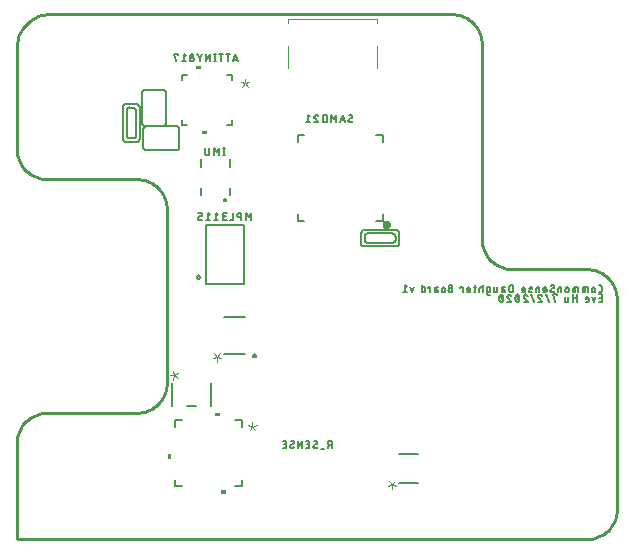
<source format=gbr>
G04 EAGLE Gerber RS-274X export*
G75*
%MOMM*%
%FSLAX34Y34*%
%LPD*%
%INSilkscreen Bottom*%
%IPPOS*%
%AMOC8*
5,1,8,0,0,1.08239X$1,22.5*%
G01*
%ADD10C,0.152400*%
%ADD11C,0.076200*%
%ADD12C,0.100000*%
%ADD13C,0.406400*%
%ADD14C,0.127000*%
%ADD15C,0.200000*%
%ADD16C,0.254000*%

G36*
X155577Y398274D02*
X155577Y398274D01*
X155579Y398273D01*
X155622Y398293D01*
X155666Y398311D01*
X155666Y398313D01*
X155668Y398314D01*
X155701Y398399D01*
X155701Y400939D01*
X155700Y400941D01*
X155701Y400943D01*
X155681Y400986D01*
X155663Y401030D01*
X155661Y401030D01*
X155660Y401032D01*
X155575Y401065D01*
X151765Y401065D01*
X151763Y401064D01*
X151761Y401065D01*
X151718Y401045D01*
X151674Y401027D01*
X151674Y401025D01*
X151672Y401024D01*
X151639Y400939D01*
X151639Y398399D01*
X151640Y398397D01*
X151639Y398395D01*
X151659Y398352D01*
X151677Y398308D01*
X151679Y398308D01*
X151680Y398306D01*
X151765Y398273D01*
X155575Y398273D01*
X155577Y398274D01*
G37*
G36*
X160657Y343156D02*
X160657Y343156D01*
X160659Y343155D01*
X160702Y343175D01*
X160746Y343193D01*
X160746Y343195D01*
X160748Y343196D01*
X160781Y343281D01*
X160781Y345821D01*
X160780Y345823D01*
X160781Y345825D01*
X160761Y345868D01*
X160743Y345912D01*
X160741Y345912D01*
X160740Y345914D01*
X160655Y345947D01*
X156845Y345947D01*
X156843Y345946D01*
X156841Y345947D01*
X156798Y345927D01*
X156754Y345909D01*
X156754Y345907D01*
X156752Y345906D01*
X156719Y345821D01*
X156719Y343281D01*
X156720Y343279D01*
X156719Y343277D01*
X156739Y343234D01*
X156757Y343190D01*
X156759Y343190D01*
X156760Y343188D01*
X156845Y343155D01*
X160655Y343155D01*
X160657Y343156D01*
G37*
G36*
X171715Y104313D02*
X171715Y104313D01*
X171717Y104312D01*
X171760Y104332D01*
X171804Y104350D01*
X171804Y104352D01*
X171806Y104353D01*
X171839Y104438D01*
X171839Y106978D01*
X171838Y106980D01*
X171839Y106982D01*
X171819Y107025D01*
X171801Y107069D01*
X171799Y107069D01*
X171798Y107071D01*
X171713Y107104D01*
X167903Y107104D01*
X167901Y107103D01*
X167899Y107104D01*
X167856Y107084D01*
X167812Y107066D01*
X167811Y107064D01*
X167809Y107063D01*
X167777Y106978D01*
X167777Y104438D01*
X167777Y104436D01*
X167777Y104434D01*
X167797Y104391D01*
X167815Y104347D01*
X167817Y104347D01*
X167818Y104345D01*
X167903Y104312D01*
X171713Y104312D01*
X171715Y104313D01*
G37*
G36*
X130768Y68368D02*
X130768Y68368D01*
X130770Y68367D01*
X130813Y68387D01*
X130857Y68405D01*
X130857Y68407D01*
X130859Y68408D01*
X130892Y68493D01*
X130892Y72303D01*
X130891Y72305D01*
X130892Y72307D01*
X130872Y72350D01*
X130854Y72394D01*
X130852Y72394D01*
X130851Y72396D01*
X130766Y72429D01*
X128226Y72429D01*
X128224Y72428D01*
X128222Y72429D01*
X128179Y72409D01*
X128135Y72391D01*
X128135Y72389D01*
X128133Y72388D01*
X128100Y72303D01*
X128100Y68493D01*
X128101Y68491D01*
X128100Y68489D01*
X128120Y68446D01*
X128138Y68402D01*
X128140Y68402D01*
X128141Y68400D01*
X128226Y68367D01*
X130766Y68367D01*
X130768Y68368D01*
G37*
G36*
X176716Y38693D02*
X176716Y38693D01*
X176718Y38692D01*
X176761Y38712D01*
X176805Y38730D01*
X176806Y38732D01*
X176808Y38733D01*
X176840Y38818D01*
X176840Y41358D01*
X176840Y41360D01*
X176840Y41362D01*
X176820Y41405D01*
X176802Y41449D01*
X176800Y41449D01*
X176799Y41451D01*
X176714Y41484D01*
X172904Y41484D01*
X172902Y41483D01*
X172900Y41484D01*
X172857Y41464D01*
X172813Y41446D01*
X172813Y41444D01*
X172811Y41443D01*
X172778Y41358D01*
X172778Y38818D01*
X172779Y38816D01*
X172778Y38814D01*
X172798Y38771D01*
X172816Y38727D01*
X172818Y38727D01*
X172819Y38725D01*
X172904Y38692D01*
X176714Y38692D01*
X176716Y38693D01*
G37*
D10*
X280839Y354669D02*
X280841Y354598D01*
X280846Y354527D01*
X280856Y354457D01*
X280869Y354387D01*
X280885Y354318D01*
X280905Y354250D01*
X280929Y354183D01*
X280956Y354118D01*
X280987Y354054D01*
X281021Y353992D01*
X281058Y353931D01*
X281098Y353873D01*
X281141Y353816D01*
X281187Y353762D01*
X281236Y353711D01*
X281287Y353662D01*
X281341Y353616D01*
X281398Y353573D01*
X281456Y353533D01*
X281517Y353496D01*
X281579Y353462D01*
X281643Y353431D01*
X281708Y353404D01*
X281775Y353380D01*
X281843Y353360D01*
X281912Y353344D01*
X281982Y353331D01*
X282052Y353321D01*
X282123Y353316D01*
X282194Y353314D01*
X282297Y353316D01*
X282399Y353321D01*
X282502Y353331D01*
X282603Y353343D01*
X282705Y353360D01*
X282806Y353380D01*
X282905Y353404D01*
X283004Y353431D01*
X283102Y353462D01*
X283199Y353496D01*
X283295Y353534D01*
X283389Y353575D01*
X283481Y353620D01*
X283572Y353668D01*
X283661Y353719D01*
X283749Y353773D01*
X283834Y353830D01*
X283917Y353891D01*
X283998Y353954D01*
X284076Y354020D01*
X284153Y354089D01*
X284226Y354161D01*
X284057Y358055D02*
X284055Y358126D01*
X284050Y358197D01*
X284040Y358267D01*
X284027Y358337D01*
X284011Y358406D01*
X283991Y358474D01*
X283967Y358541D01*
X283940Y358606D01*
X283909Y358670D01*
X283875Y358733D01*
X283838Y358793D01*
X283798Y358851D01*
X283755Y358908D01*
X283709Y358962D01*
X283660Y359013D01*
X283609Y359062D01*
X283555Y359108D01*
X283498Y359151D01*
X283440Y359191D01*
X283380Y359228D01*
X283317Y359262D01*
X283253Y359293D01*
X283188Y359320D01*
X283121Y359344D01*
X283053Y359364D01*
X282984Y359380D01*
X282914Y359393D01*
X282844Y359403D01*
X282773Y359408D01*
X282702Y359410D01*
X282606Y359408D01*
X282510Y359403D01*
X282414Y359394D01*
X282319Y359381D01*
X282224Y359365D01*
X282130Y359345D01*
X282037Y359321D01*
X281945Y359294D01*
X281853Y359264D01*
X281763Y359230D01*
X281675Y359193D01*
X281588Y359152D01*
X281502Y359109D01*
X281418Y359062D01*
X281336Y359011D01*
X281256Y358958D01*
X281178Y358902D01*
X283380Y356870D02*
X283440Y356907D01*
X283499Y356948D01*
X283555Y356992D01*
X283609Y357039D01*
X283660Y357089D01*
X283709Y357141D01*
X283755Y357195D01*
X283799Y357252D01*
X283839Y357311D01*
X283876Y357372D01*
X283910Y357435D01*
X283940Y357500D01*
X283967Y357566D01*
X283991Y357633D01*
X284011Y357702D01*
X284027Y357771D01*
X284040Y357842D01*
X284050Y357912D01*
X284055Y357984D01*
X284057Y358055D01*
X281516Y355854D02*
X281456Y355817D01*
X281397Y355776D01*
X281341Y355732D01*
X281287Y355685D01*
X281236Y355635D01*
X281187Y355583D01*
X281141Y355529D01*
X281097Y355472D01*
X281057Y355413D01*
X281020Y355352D01*
X280986Y355289D01*
X280956Y355224D01*
X280929Y355158D01*
X280905Y355091D01*
X280885Y355022D01*
X280869Y354953D01*
X280856Y354882D01*
X280846Y354812D01*
X280841Y354740D01*
X280839Y354669D01*
X281517Y355854D02*
X283379Y356870D01*
X277935Y353314D02*
X275903Y359410D01*
X273871Y353314D01*
X274379Y354838D02*
X277427Y354838D01*
X270392Y353314D02*
X270392Y359410D01*
X268360Y356023D01*
X266328Y359410D01*
X266328Y353314D01*
X262281Y353314D02*
X262281Y359410D01*
X260587Y359410D01*
X260506Y359408D01*
X260426Y359402D01*
X260346Y359393D01*
X260267Y359379D01*
X260188Y359362D01*
X260110Y359341D01*
X260033Y359317D01*
X259958Y359289D01*
X259884Y359257D01*
X259811Y359222D01*
X259741Y359183D01*
X259672Y359141D01*
X259605Y359096D01*
X259540Y359048D01*
X259478Y358996D01*
X259419Y358942D01*
X259362Y358885D01*
X259308Y358826D01*
X259256Y358764D01*
X259208Y358699D01*
X259163Y358632D01*
X259121Y358564D01*
X259082Y358493D01*
X259047Y358420D01*
X259015Y358346D01*
X258987Y358271D01*
X258963Y358194D01*
X258942Y358116D01*
X258925Y358037D01*
X258911Y357958D01*
X258902Y357878D01*
X258896Y357798D01*
X258894Y357717D01*
X258894Y355007D01*
X258896Y354926D01*
X258902Y354846D01*
X258911Y354766D01*
X258925Y354687D01*
X258942Y354608D01*
X258963Y354530D01*
X258987Y354453D01*
X259015Y354378D01*
X259047Y354304D01*
X259082Y354231D01*
X259121Y354160D01*
X259163Y354092D01*
X259208Y354025D01*
X259256Y353960D01*
X259308Y353898D01*
X259362Y353839D01*
X259419Y353782D01*
X259478Y353728D01*
X259540Y353676D01*
X259605Y353628D01*
X259672Y353583D01*
X259741Y353541D01*
X259811Y353502D01*
X259884Y353467D01*
X259958Y353435D01*
X260033Y353407D01*
X260110Y353383D01*
X260188Y353362D01*
X260267Y353345D01*
X260346Y353331D01*
X260426Y353322D01*
X260506Y353316D01*
X260587Y353314D01*
X262281Y353314D01*
X253331Y359410D02*
X253254Y359408D01*
X253177Y359402D01*
X253100Y359392D01*
X253024Y359379D01*
X252949Y359361D01*
X252875Y359340D01*
X252802Y359315D01*
X252730Y359286D01*
X252660Y359254D01*
X252591Y359219D01*
X252525Y359179D01*
X252460Y359137D01*
X252398Y359091D01*
X252338Y359042D01*
X252281Y358991D01*
X252226Y358936D01*
X252175Y358879D01*
X252126Y358819D01*
X252080Y358757D01*
X252038Y358692D01*
X251998Y358626D01*
X251963Y358557D01*
X251931Y358487D01*
X251902Y358415D01*
X251877Y358342D01*
X251856Y358268D01*
X251838Y358193D01*
X251825Y358117D01*
X251815Y358040D01*
X251809Y357963D01*
X251807Y357886D01*
X253331Y359410D02*
X253416Y359408D01*
X253501Y359403D01*
X253585Y359393D01*
X253669Y359381D01*
X253752Y359364D01*
X253835Y359344D01*
X253916Y359320D01*
X253997Y359293D01*
X254076Y359263D01*
X254154Y359229D01*
X254230Y359191D01*
X254305Y359151D01*
X254377Y359107D01*
X254448Y359060D01*
X254517Y359010D01*
X254583Y358957D01*
X254647Y358902D01*
X254709Y358843D01*
X254768Y358782D01*
X254824Y358719D01*
X254878Y358653D01*
X254928Y358584D01*
X254976Y358514D01*
X255020Y358442D01*
X255062Y358368D01*
X255100Y358292D01*
X255135Y358214D01*
X255166Y358135D01*
X255194Y358055D01*
X252315Y356701D02*
X252260Y356756D01*
X252207Y356813D01*
X252158Y356873D01*
X252111Y356936D01*
X252067Y357000D01*
X252027Y357067D01*
X251989Y357135D01*
X251955Y357206D01*
X251924Y357277D01*
X251897Y357350D01*
X251873Y357424D01*
X251853Y357500D01*
X251837Y357576D01*
X251824Y357653D01*
X251814Y357730D01*
X251809Y357808D01*
X251807Y357886D01*
X252315Y356701D02*
X255194Y353314D01*
X251807Y353314D01*
X248336Y358055D02*
X246643Y359410D01*
X246643Y353314D01*
X248336Y353314D02*
X244949Y353314D01*
X187198Y404622D02*
X185166Y410718D01*
X183134Y404622D01*
X183642Y406146D02*
X186690Y406146D01*
X178765Y404622D02*
X178765Y410718D01*
X177072Y410718D02*
X180459Y410718D01*
X172822Y410718D02*
X172822Y404622D01*
X174515Y410718D02*
X171128Y410718D01*
X167792Y410718D02*
X167792Y404622D01*
X167115Y404622D02*
X168470Y404622D01*
X168470Y410718D02*
X167115Y410718D01*
X163771Y410718D02*
X163771Y404622D01*
X160384Y404622D02*
X163771Y410718D01*
X160384Y410718D02*
X160384Y404622D01*
X154991Y407839D02*
X157023Y410718D01*
X154991Y407839D02*
X152959Y410718D01*
X154991Y407839D02*
X154991Y404622D01*
X149826Y406315D02*
X149824Y406396D01*
X149818Y406476D01*
X149809Y406556D01*
X149795Y406635D01*
X149778Y406714D01*
X149757Y406792D01*
X149733Y406869D01*
X149705Y406944D01*
X149673Y407018D01*
X149638Y407091D01*
X149599Y407162D01*
X149557Y407230D01*
X149512Y407297D01*
X149464Y407362D01*
X149412Y407424D01*
X149358Y407483D01*
X149301Y407540D01*
X149242Y407594D01*
X149180Y407646D01*
X149115Y407694D01*
X149048Y407739D01*
X148980Y407781D01*
X148909Y407820D01*
X148836Y407855D01*
X148762Y407887D01*
X148687Y407915D01*
X148610Y407939D01*
X148532Y407960D01*
X148453Y407977D01*
X148374Y407991D01*
X148294Y408000D01*
X148214Y408006D01*
X148133Y408008D01*
X148052Y408006D01*
X147972Y408000D01*
X147892Y407991D01*
X147813Y407977D01*
X147734Y407960D01*
X147656Y407939D01*
X147579Y407915D01*
X147504Y407887D01*
X147430Y407855D01*
X147357Y407820D01*
X147287Y407781D01*
X147218Y407739D01*
X147151Y407694D01*
X147086Y407646D01*
X147024Y407594D01*
X146965Y407540D01*
X146908Y407483D01*
X146854Y407424D01*
X146802Y407362D01*
X146754Y407297D01*
X146709Y407230D01*
X146667Y407162D01*
X146628Y407091D01*
X146593Y407018D01*
X146561Y406944D01*
X146533Y406869D01*
X146509Y406792D01*
X146488Y406714D01*
X146471Y406635D01*
X146457Y406556D01*
X146448Y406476D01*
X146442Y406396D01*
X146440Y406315D01*
X146442Y406234D01*
X146448Y406154D01*
X146457Y406074D01*
X146471Y405995D01*
X146488Y405916D01*
X146509Y405838D01*
X146533Y405761D01*
X146561Y405686D01*
X146593Y405612D01*
X146628Y405539D01*
X146667Y405469D01*
X146709Y405400D01*
X146754Y405333D01*
X146802Y405268D01*
X146854Y405206D01*
X146908Y405147D01*
X146965Y405090D01*
X147024Y405036D01*
X147086Y404984D01*
X147151Y404936D01*
X147218Y404891D01*
X147287Y404849D01*
X147357Y404810D01*
X147430Y404775D01*
X147504Y404743D01*
X147579Y404715D01*
X147656Y404691D01*
X147734Y404670D01*
X147813Y404653D01*
X147892Y404639D01*
X147972Y404630D01*
X148052Y404624D01*
X148133Y404622D01*
X148214Y404624D01*
X148294Y404630D01*
X148374Y404639D01*
X148453Y404653D01*
X148532Y404670D01*
X148610Y404691D01*
X148687Y404715D01*
X148762Y404743D01*
X148836Y404775D01*
X148909Y404810D01*
X148980Y404849D01*
X149048Y404891D01*
X149115Y404936D01*
X149180Y404984D01*
X149242Y405036D01*
X149301Y405090D01*
X149358Y405147D01*
X149412Y405206D01*
X149464Y405268D01*
X149512Y405333D01*
X149557Y405400D01*
X149599Y405469D01*
X149638Y405539D01*
X149673Y405612D01*
X149705Y405686D01*
X149733Y405761D01*
X149757Y405838D01*
X149778Y405916D01*
X149795Y405995D01*
X149809Y406074D01*
X149818Y406154D01*
X149824Y406234D01*
X149826Y406315D01*
X149488Y409363D02*
X149486Y409435D01*
X149480Y409507D01*
X149471Y409579D01*
X149457Y409649D01*
X149440Y409720D01*
X149419Y409789D01*
X149395Y409856D01*
X149367Y409923D01*
X149335Y409988D01*
X149300Y410051D01*
X149262Y410112D01*
X149221Y410171D01*
X149176Y410228D01*
X149129Y410282D01*
X149078Y410334D01*
X149025Y410383D01*
X148970Y410429D01*
X148912Y410472D01*
X148852Y410512D01*
X148790Y410548D01*
X148726Y410582D01*
X148660Y410611D01*
X148593Y410638D01*
X148524Y410660D01*
X148455Y410679D01*
X148384Y410695D01*
X148313Y410706D01*
X148241Y410714D01*
X148169Y410718D01*
X148097Y410718D01*
X148025Y410714D01*
X147953Y410706D01*
X147882Y410695D01*
X147811Y410679D01*
X147742Y410660D01*
X147673Y410638D01*
X147606Y410611D01*
X147540Y410582D01*
X147476Y410548D01*
X147414Y410512D01*
X147354Y410472D01*
X147296Y410429D01*
X147241Y410383D01*
X147188Y410334D01*
X147137Y410282D01*
X147090Y410228D01*
X147045Y410171D01*
X147004Y410112D01*
X146966Y410051D01*
X146931Y409988D01*
X146899Y409923D01*
X146871Y409856D01*
X146847Y409789D01*
X146826Y409720D01*
X146809Y409649D01*
X146795Y409579D01*
X146786Y409507D01*
X146780Y409435D01*
X146778Y409363D01*
X146780Y409291D01*
X146786Y409219D01*
X146795Y409147D01*
X146809Y409077D01*
X146826Y409006D01*
X146847Y408937D01*
X146871Y408870D01*
X146899Y408803D01*
X146931Y408738D01*
X146966Y408675D01*
X147004Y408614D01*
X147045Y408555D01*
X147090Y408498D01*
X147137Y408444D01*
X147188Y408392D01*
X147241Y408343D01*
X147296Y408297D01*
X147354Y408254D01*
X147414Y408214D01*
X147476Y408178D01*
X147540Y408144D01*
X147606Y408115D01*
X147673Y408088D01*
X147742Y408066D01*
X147811Y408047D01*
X147882Y408031D01*
X147953Y408020D01*
X148025Y408012D01*
X148097Y408008D01*
X148169Y408008D01*
X148241Y408012D01*
X148313Y408020D01*
X148384Y408031D01*
X148455Y408047D01*
X148524Y408066D01*
X148593Y408088D01*
X148660Y408115D01*
X148726Y408144D01*
X148790Y408178D01*
X148852Y408214D01*
X148912Y408254D01*
X148970Y408297D01*
X149025Y408343D01*
X149078Y408392D01*
X149129Y408444D01*
X149176Y408498D01*
X149221Y408555D01*
X149262Y408614D01*
X149300Y408675D01*
X149335Y408738D01*
X149367Y408803D01*
X149395Y408870D01*
X149419Y408937D01*
X149440Y409006D01*
X149457Y409077D01*
X149471Y409147D01*
X149480Y409219D01*
X149486Y409291D01*
X149488Y409363D01*
X142968Y409363D02*
X141275Y410718D01*
X141275Y404622D01*
X142968Y404622D02*
X139582Y404622D01*
X136110Y410041D02*
X136110Y410718D01*
X132724Y410718D01*
X134417Y404622D01*
X175345Y331470D02*
X175345Y325374D01*
X176022Y325374D02*
X174667Y325374D01*
X174667Y331470D02*
X176022Y331470D01*
X171205Y331470D02*
X171205Y325374D01*
X169173Y328083D02*
X171205Y331470D01*
X169173Y328083D02*
X167141Y331470D01*
X167141Y325374D01*
X163093Y327067D02*
X163093Y331470D01*
X163093Y327067D02*
X163091Y326986D01*
X163085Y326906D01*
X163076Y326826D01*
X163062Y326747D01*
X163045Y326668D01*
X163024Y326590D01*
X163000Y326513D01*
X162972Y326438D01*
X162940Y326364D01*
X162905Y326291D01*
X162866Y326221D01*
X162824Y326152D01*
X162779Y326085D01*
X162731Y326020D01*
X162679Y325958D01*
X162625Y325899D01*
X162568Y325842D01*
X162509Y325788D01*
X162447Y325736D01*
X162382Y325688D01*
X162315Y325643D01*
X162247Y325601D01*
X162176Y325562D01*
X162103Y325527D01*
X162029Y325495D01*
X161954Y325467D01*
X161877Y325443D01*
X161799Y325422D01*
X161720Y325405D01*
X161641Y325391D01*
X161561Y325382D01*
X161481Y325376D01*
X161400Y325374D01*
X161319Y325376D01*
X161239Y325382D01*
X161159Y325391D01*
X161080Y325405D01*
X161001Y325422D01*
X160923Y325443D01*
X160846Y325467D01*
X160771Y325495D01*
X160697Y325527D01*
X160624Y325562D01*
X160554Y325601D01*
X160485Y325643D01*
X160418Y325688D01*
X160353Y325736D01*
X160291Y325788D01*
X160232Y325842D01*
X160175Y325899D01*
X160121Y325958D01*
X160069Y326020D01*
X160021Y326085D01*
X159976Y326152D01*
X159934Y326221D01*
X159895Y326291D01*
X159860Y326364D01*
X159828Y326438D01*
X159800Y326513D01*
X159776Y326590D01*
X159755Y326668D01*
X159738Y326747D01*
X159724Y326826D01*
X159715Y326906D01*
X159709Y326986D01*
X159707Y327067D01*
X159707Y331470D01*
X198315Y276098D02*
X198315Y270002D01*
X196283Y272711D02*
X198315Y276098D01*
X196283Y272711D02*
X194251Y276098D01*
X194251Y270002D01*
X190026Y270002D02*
X190026Y276098D01*
X188332Y276098D01*
X188251Y276096D01*
X188171Y276090D01*
X188091Y276081D01*
X188012Y276067D01*
X187933Y276050D01*
X187855Y276029D01*
X187778Y276005D01*
X187703Y275977D01*
X187629Y275945D01*
X187556Y275910D01*
X187486Y275871D01*
X187417Y275829D01*
X187350Y275784D01*
X187285Y275736D01*
X187223Y275684D01*
X187164Y275630D01*
X187107Y275573D01*
X187053Y275514D01*
X187001Y275452D01*
X186953Y275387D01*
X186908Y275320D01*
X186866Y275252D01*
X186827Y275181D01*
X186792Y275108D01*
X186760Y275034D01*
X186732Y274959D01*
X186708Y274882D01*
X186687Y274804D01*
X186670Y274725D01*
X186656Y274646D01*
X186647Y274566D01*
X186641Y274486D01*
X186639Y274405D01*
X186641Y274324D01*
X186647Y274244D01*
X186656Y274164D01*
X186670Y274085D01*
X186687Y274006D01*
X186708Y273928D01*
X186732Y273851D01*
X186760Y273776D01*
X186792Y273702D01*
X186827Y273629D01*
X186866Y273559D01*
X186908Y273490D01*
X186953Y273423D01*
X187001Y273358D01*
X187053Y273296D01*
X187107Y273237D01*
X187164Y273180D01*
X187223Y273126D01*
X187285Y273074D01*
X187350Y273026D01*
X187417Y272981D01*
X187486Y272939D01*
X187556Y272900D01*
X187629Y272865D01*
X187703Y272833D01*
X187778Y272805D01*
X187855Y272781D01*
X187933Y272760D01*
X188012Y272743D01*
X188091Y272729D01*
X188171Y272720D01*
X188251Y272714D01*
X188332Y272712D01*
X188332Y272711D02*
X190026Y272711D01*
X183322Y270002D02*
X183322Y276098D01*
X183322Y270002D02*
X180613Y270002D01*
X177631Y270002D02*
X175937Y270002D01*
X175856Y270004D01*
X175776Y270010D01*
X175696Y270019D01*
X175617Y270033D01*
X175538Y270050D01*
X175460Y270071D01*
X175383Y270095D01*
X175308Y270123D01*
X175234Y270155D01*
X175161Y270190D01*
X175091Y270229D01*
X175022Y270271D01*
X174955Y270316D01*
X174890Y270364D01*
X174828Y270416D01*
X174769Y270470D01*
X174712Y270527D01*
X174658Y270586D01*
X174606Y270648D01*
X174558Y270713D01*
X174513Y270780D01*
X174471Y270849D01*
X174432Y270919D01*
X174397Y270992D01*
X174365Y271066D01*
X174337Y271141D01*
X174313Y271218D01*
X174292Y271296D01*
X174275Y271375D01*
X174261Y271454D01*
X174252Y271534D01*
X174246Y271614D01*
X174244Y271695D01*
X174246Y271776D01*
X174252Y271856D01*
X174261Y271936D01*
X174275Y272015D01*
X174292Y272094D01*
X174313Y272172D01*
X174337Y272249D01*
X174365Y272324D01*
X174397Y272398D01*
X174432Y272471D01*
X174471Y272542D01*
X174513Y272610D01*
X174558Y272677D01*
X174606Y272742D01*
X174658Y272804D01*
X174712Y272863D01*
X174769Y272920D01*
X174828Y272974D01*
X174890Y273026D01*
X174955Y273074D01*
X175022Y273119D01*
X175091Y273161D01*
X175161Y273200D01*
X175234Y273235D01*
X175308Y273267D01*
X175383Y273295D01*
X175460Y273319D01*
X175538Y273340D01*
X175617Y273357D01*
X175696Y273371D01*
X175776Y273380D01*
X175856Y273386D01*
X175937Y273388D01*
X175599Y276098D02*
X177631Y276098D01*
X175599Y276098D02*
X175527Y276096D01*
X175455Y276090D01*
X175383Y276081D01*
X175313Y276067D01*
X175242Y276050D01*
X175173Y276029D01*
X175106Y276005D01*
X175039Y275977D01*
X174974Y275945D01*
X174911Y275910D01*
X174850Y275872D01*
X174791Y275831D01*
X174734Y275786D01*
X174680Y275739D01*
X174628Y275688D01*
X174579Y275635D01*
X174533Y275580D01*
X174490Y275522D01*
X174450Y275462D01*
X174414Y275400D01*
X174380Y275336D01*
X174351Y275270D01*
X174324Y275203D01*
X174302Y275134D01*
X174283Y275065D01*
X174267Y274994D01*
X174256Y274923D01*
X174248Y274851D01*
X174244Y274779D01*
X174244Y274707D01*
X174248Y274635D01*
X174256Y274563D01*
X174267Y274492D01*
X174283Y274421D01*
X174302Y274352D01*
X174324Y274283D01*
X174351Y274216D01*
X174380Y274150D01*
X174414Y274086D01*
X174450Y274024D01*
X174490Y273964D01*
X174533Y273906D01*
X174579Y273851D01*
X174628Y273798D01*
X174680Y273747D01*
X174734Y273700D01*
X174791Y273655D01*
X174850Y273614D01*
X174911Y273576D01*
X174974Y273541D01*
X175039Y273509D01*
X175106Y273481D01*
X175173Y273457D01*
X175242Y273436D01*
X175313Y273419D01*
X175383Y273405D01*
X175455Y273396D01*
X175527Y273390D01*
X175599Y273388D01*
X175599Y273389D02*
X176953Y273389D01*
X170773Y274743D02*
X169079Y276098D01*
X169079Y270002D01*
X167386Y270002D02*
X170773Y270002D01*
X163915Y274743D02*
X162221Y276098D01*
X162221Y270002D01*
X160528Y270002D02*
X163915Y270002D01*
X157057Y270002D02*
X155025Y270002D01*
X154954Y270004D01*
X154883Y270009D01*
X154813Y270019D01*
X154743Y270032D01*
X154674Y270048D01*
X154606Y270068D01*
X154539Y270092D01*
X154474Y270119D01*
X154410Y270150D01*
X154348Y270184D01*
X154287Y270221D01*
X154229Y270261D01*
X154172Y270304D01*
X154118Y270350D01*
X154067Y270399D01*
X154018Y270450D01*
X153972Y270504D01*
X153929Y270561D01*
X153889Y270619D01*
X153852Y270680D01*
X153818Y270742D01*
X153787Y270806D01*
X153760Y270871D01*
X153736Y270938D01*
X153716Y271006D01*
X153700Y271075D01*
X153687Y271145D01*
X153677Y271215D01*
X153672Y271286D01*
X153670Y271357D01*
X153670Y272034D01*
X153672Y272105D01*
X153677Y272176D01*
X153687Y272246D01*
X153700Y272316D01*
X153716Y272385D01*
X153736Y272453D01*
X153760Y272520D01*
X153787Y272585D01*
X153818Y272649D01*
X153852Y272712D01*
X153889Y272772D01*
X153929Y272830D01*
X153972Y272887D01*
X154018Y272941D01*
X154067Y272992D01*
X154118Y273041D01*
X154172Y273087D01*
X154229Y273130D01*
X154287Y273170D01*
X154348Y273207D01*
X154410Y273241D01*
X154474Y273272D01*
X154539Y273299D01*
X154606Y273323D01*
X154674Y273343D01*
X154743Y273359D01*
X154813Y273372D01*
X154883Y273382D01*
X154954Y273387D01*
X155025Y273389D01*
X157057Y273389D01*
X157057Y276098D01*
X153670Y276098D01*
X492591Y209245D02*
X493945Y209245D01*
X494016Y209247D01*
X494087Y209252D01*
X494157Y209262D01*
X494227Y209275D01*
X494296Y209291D01*
X494364Y209311D01*
X494431Y209335D01*
X494496Y209362D01*
X494560Y209393D01*
X494623Y209427D01*
X494683Y209464D01*
X494741Y209504D01*
X494798Y209547D01*
X494852Y209593D01*
X494903Y209642D01*
X494952Y209693D01*
X494998Y209747D01*
X495041Y209804D01*
X495081Y209862D01*
X495118Y209923D01*
X495152Y209985D01*
X495183Y210049D01*
X495210Y210114D01*
X495234Y210181D01*
X495254Y210249D01*
X495270Y210318D01*
X495283Y210388D01*
X495293Y210458D01*
X495298Y210529D01*
X495300Y210600D01*
X495300Y213987D01*
X495298Y214060D01*
X495292Y214133D01*
X495282Y214206D01*
X495268Y214278D01*
X495251Y214349D01*
X495229Y214420D01*
X495204Y214489D01*
X495175Y214556D01*
X495142Y214622D01*
X495106Y214686D01*
X495067Y214747D01*
X495024Y214807D01*
X494978Y214864D01*
X494929Y214919D01*
X494877Y214971D01*
X494822Y215020D01*
X494765Y215066D01*
X494705Y215108D01*
X494644Y215148D01*
X494580Y215184D01*
X494514Y215217D01*
X494447Y215246D01*
X494378Y215271D01*
X494308Y215293D01*
X494236Y215310D01*
X494164Y215324D01*
X494092Y215334D01*
X494018Y215340D01*
X493945Y215342D01*
X493945Y215341D02*
X492591Y215341D01*
X489669Y211955D02*
X489669Y210600D01*
X489669Y211955D02*
X489667Y212027D01*
X489661Y212099D01*
X489652Y212171D01*
X489638Y212241D01*
X489621Y212312D01*
X489600Y212381D01*
X489576Y212448D01*
X489548Y212515D01*
X489516Y212580D01*
X489481Y212643D01*
X489443Y212704D01*
X489402Y212763D01*
X489357Y212820D01*
X489310Y212874D01*
X489259Y212926D01*
X489206Y212975D01*
X489151Y213021D01*
X489093Y213064D01*
X489033Y213104D01*
X488971Y213140D01*
X488907Y213174D01*
X488841Y213203D01*
X488774Y213230D01*
X488705Y213252D01*
X488636Y213271D01*
X488565Y213287D01*
X488494Y213298D01*
X488422Y213306D01*
X488350Y213310D01*
X488278Y213310D01*
X488206Y213306D01*
X488134Y213298D01*
X488063Y213287D01*
X487992Y213271D01*
X487923Y213252D01*
X487854Y213230D01*
X487787Y213203D01*
X487721Y213174D01*
X487657Y213140D01*
X487595Y213104D01*
X487535Y213064D01*
X487477Y213021D01*
X487422Y212975D01*
X487369Y212926D01*
X487318Y212874D01*
X487271Y212820D01*
X487226Y212763D01*
X487185Y212704D01*
X487147Y212643D01*
X487112Y212580D01*
X487080Y212515D01*
X487052Y212448D01*
X487028Y212381D01*
X487007Y212312D01*
X486990Y212241D01*
X486976Y212171D01*
X486967Y212099D01*
X486961Y212027D01*
X486959Y211955D01*
X486959Y210600D01*
X486961Y210528D01*
X486967Y210456D01*
X486976Y210384D01*
X486990Y210314D01*
X487007Y210243D01*
X487028Y210174D01*
X487052Y210107D01*
X487080Y210040D01*
X487112Y209975D01*
X487147Y209912D01*
X487185Y209851D01*
X487226Y209792D01*
X487271Y209735D01*
X487318Y209681D01*
X487369Y209629D01*
X487422Y209580D01*
X487477Y209534D01*
X487535Y209491D01*
X487595Y209451D01*
X487657Y209415D01*
X487721Y209381D01*
X487787Y209352D01*
X487854Y209325D01*
X487923Y209303D01*
X487992Y209284D01*
X488063Y209268D01*
X488134Y209257D01*
X488206Y209249D01*
X488278Y209245D01*
X488350Y209245D01*
X488422Y209249D01*
X488494Y209257D01*
X488565Y209268D01*
X488636Y209284D01*
X488705Y209303D01*
X488774Y209325D01*
X488841Y209352D01*
X488907Y209381D01*
X488971Y209415D01*
X489033Y209451D01*
X489093Y209491D01*
X489151Y209534D01*
X489206Y209580D01*
X489259Y209629D01*
X489310Y209681D01*
X489357Y209735D01*
X489402Y209792D01*
X489443Y209851D01*
X489481Y209912D01*
X489516Y209975D01*
X489548Y210040D01*
X489576Y210107D01*
X489600Y210174D01*
X489621Y210243D01*
X489638Y210314D01*
X489652Y210384D01*
X489661Y210456D01*
X489667Y210528D01*
X489669Y210600D01*
X483260Y209245D02*
X483260Y213309D01*
X480212Y213309D01*
X480151Y213307D01*
X480090Y213302D01*
X480029Y213292D01*
X479969Y213279D01*
X479910Y213263D01*
X479852Y213243D01*
X479795Y213219D01*
X479740Y213193D01*
X479686Y213162D01*
X479635Y213129D01*
X479585Y213093D01*
X479538Y213053D01*
X479494Y213011D01*
X479452Y212967D01*
X479412Y212920D01*
X479376Y212870D01*
X479343Y212819D01*
X479312Y212765D01*
X479286Y212710D01*
X479262Y212653D01*
X479242Y212595D01*
X479226Y212536D01*
X479213Y212476D01*
X479203Y212415D01*
X479198Y212354D01*
X479196Y212293D01*
X479196Y209245D01*
X481228Y209245D02*
X481228Y213309D01*
X475030Y213309D02*
X475030Y209245D01*
X475030Y213309D02*
X471982Y213309D01*
X471921Y213307D01*
X471860Y213302D01*
X471799Y213292D01*
X471739Y213279D01*
X471680Y213263D01*
X471622Y213243D01*
X471565Y213219D01*
X471510Y213193D01*
X471456Y213162D01*
X471405Y213129D01*
X471355Y213093D01*
X471308Y213053D01*
X471264Y213011D01*
X471222Y212967D01*
X471182Y212920D01*
X471146Y212870D01*
X471113Y212819D01*
X471082Y212765D01*
X471056Y212710D01*
X471032Y212653D01*
X471012Y212595D01*
X470996Y212536D01*
X470983Y212476D01*
X470973Y212415D01*
X470968Y212354D01*
X470966Y212293D01*
X470966Y209245D01*
X472998Y209245D02*
X472998Y213309D01*
X467266Y211955D02*
X467266Y210600D01*
X467266Y211955D02*
X467264Y212027D01*
X467258Y212099D01*
X467249Y212171D01*
X467235Y212241D01*
X467218Y212312D01*
X467197Y212381D01*
X467173Y212448D01*
X467145Y212515D01*
X467113Y212580D01*
X467078Y212643D01*
X467040Y212704D01*
X466999Y212763D01*
X466954Y212820D01*
X466907Y212874D01*
X466856Y212926D01*
X466803Y212975D01*
X466748Y213021D01*
X466690Y213064D01*
X466630Y213104D01*
X466568Y213140D01*
X466504Y213174D01*
X466438Y213203D01*
X466371Y213230D01*
X466302Y213252D01*
X466233Y213271D01*
X466162Y213287D01*
X466091Y213298D01*
X466019Y213306D01*
X465947Y213310D01*
X465875Y213310D01*
X465803Y213306D01*
X465731Y213298D01*
X465660Y213287D01*
X465589Y213271D01*
X465520Y213252D01*
X465451Y213230D01*
X465384Y213203D01*
X465318Y213174D01*
X465254Y213140D01*
X465192Y213104D01*
X465132Y213064D01*
X465074Y213021D01*
X465019Y212975D01*
X464966Y212926D01*
X464915Y212874D01*
X464868Y212820D01*
X464823Y212763D01*
X464782Y212704D01*
X464744Y212643D01*
X464709Y212580D01*
X464677Y212515D01*
X464649Y212448D01*
X464625Y212381D01*
X464604Y212312D01*
X464587Y212241D01*
X464573Y212171D01*
X464564Y212099D01*
X464558Y212027D01*
X464556Y211955D01*
X464557Y211955D02*
X464557Y210600D01*
X464556Y210600D02*
X464558Y210528D01*
X464564Y210456D01*
X464573Y210384D01*
X464587Y210314D01*
X464604Y210243D01*
X464625Y210174D01*
X464649Y210107D01*
X464677Y210040D01*
X464709Y209975D01*
X464744Y209912D01*
X464782Y209851D01*
X464823Y209792D01*
X464868Y209735D01*
X464915Y209681D01*
X464966Y209629D01*
X465019Y209580D01*
X465074Y209534D01*
X465132Y209491D01*
X465192Y209451D01*
X465254Y209415D01*
X465318Y209381D01*
X465384Y209352D01*
X465451Y209325D01*
X465520Y209303D01*
X465589Y209284D01*
X465660Y209268D01*
X465731Y209257D01*
X465803Y209249D01*
X465875Y209245D01*
X465947Y209245D01*
X466019Y209249D01*
X466091Y209257D01*
X466162Y209268D01*
X466233Y209284D01*
X466302Y209303D01*
X466371Y209325D01*
X466438Y209352D01*
X466504Y209381D01*
X466568Y209415D01*
X466630Y209451D01*
X466690Y209491D01*
X466748Y209534D01*
X466803Y209580D01*
X466856Y209629D01*
X466907Y209681D01*
X466954Y209735D01*
X466999Y209792D01*
X467040Y209851D01*
X467078Y209912D01*
X467113Y209975D01*
X467145Y210040D01*
X467173Y210107D01*
X467197Y210174D01*
X467218Y210243D01*
X467235Y210314D01*
X467249Y210384D01*
X467258Y210456D01*
X467264Y210528D01*
X467266Y210600D01*
X461094Y209245D02*
X461094Y213309D01*
X459401Y213309D01*
X459340Y213307D01*
X459279Y213302D01*
X459218Y213292D01*
X459158Y213279D01*
X459099Y213263D01*
X459041Y213243D01*
X458984Y213219D01*
X458929Y213193D01*
X458875Y213162D01*
X458824Y213129D01*
X458774Y213093D01*
X458727Y213053D01*
X458683Y213011D01*
X458641Y212967D01*
X458601Y212920D01*
X458565Y212870D01*
X458532Y212819D01*
X458501Y212765D01*
X458475Y212710D01*
X458451Y212653D01*
X458431Y212595D01*
X458415Y212536D01*
X458402Y212476D01*
X458392Y212415D01*
X458387Y212354D01*
X458385Y212293D01*
X458385Y209245D01*
X453000Y209245D02*
X452929Y209247D01*
X452858Y209252D01*
X452788Y209262D01*
X452718Y209275D01*
X452649Y209291D01*
X452581Y209311D01*
X452514Y209335D01*
X452449Y209362D01*
X452385Y209393D01*
X452323Y209427D01*
X452262Y209464D01*
X452204Y209504D01*
X452147Y209547D01*
X452093Y209593D01*
X452042Y209642D01*
X451993Y209693D01*
X451947Y209747D01*
X451904Y209804D01*
X451864Y209862D01*
X451827Y209923D01*
X451793Y209985D01*
X451762Y210049D01*
X451735Y210114D01*
X451711Y210181D01*
X451691Y210249D01*
X451675Y210318D01*
X451662Y210388D01*
X451652Y210458D01*
X451647Y210529D01*
X451645Y210600D01*
X453000Y209245D02*
X453103Y209247D01*
X453205Y209252D01*
X453308Y209262D01*
X453409Y209274D01*
X453511Y209291D01*
X453612Y209311D01*
X453711Y209335D01*
X453810Y209362D01*
X453908Y209393D01*
X454005Y209427D01*
X454101Y209465D01*
X454195Y209506D01*
X454287Y209551D01*
X454378Y209599D01*
X454467Y209650D01*
X454555Y209704D01*
X454640Y209761D01*
X454723Y209822D01*
X454804Y209885D01*
X454882Y209951D01*
X454959Y210020D01*
X455032Y210092D01*
X454863Y213987D02*
X454861Y214058D01*
X454856Y214129D01*
X454846Y214199D01*
X454833Y214269D01*
X454817Y214338D01*
X454797Y214406D01*
X454773Y214473D01*
X454746Y214538D01*
X454715Y214602D01*
X454681Y214665D01*
X454644Y214725D01*
X454604Y214783D01*
X454561Y214840D01*
X454515Y214894D01*
X454466Y214945D01*
X454415Y214994D01*
X454361Y215040D01*
X454304Y215083D01*
X454246Y215123D01*
X454186Y215160D01*
X454123Y215194D01*
X454059Y215225D01*
X453994Y215252D01*
X453927Y215276D01*
X453859Y215296D01*
X453790Y215312D01*
X453720Y215325D01*
X453650Y215335D01*
X453579Y215340D01*
X453508Y215342D01*
X453508Y215341D02*
X453412Y215339D01*
X453316Y215334D01*
X453220Y215325D01*
X453125Y215312D01*
X453030Y215296D01*
X452936Y215276D01*
X452843Y215252D01*
X452751Y215225D01*
X452659Y215195D01*
X452569Y215161D01*
X452481Y215124D01*
X452394Y215083D01*
X452308Y215040D01*
X452224Y214993D01*
X452142Y214942D01*
X452062Y214889D01*
X451984Y214833D01*
X454186Y212802D02*
X454246Y212839D01*
X454305Y212880D01*
X454361Y212924D01*
X454415Y212971D01*
X454466Y213021D01*
X454515Y213073D01*
X454561Y213127D01*
X454605Y213184D01*
X454645Y213243D01*
X454682Y213304D01*
X454716Y213367D01*
X454746Y213432D01*
X454773Y213498D01*
X454797Y213565D01*
X454817Y213634D01*
X454833Y213703D01*
X454846Y213774D01*
X454856Y213844D01*
X454861Y213916D01*
X454863Y213987D01*
X452322Y211785D02*
X452262Y211748D01*
X452203Y211707D01*
X452147Y211663D01*
X452093Y211616D01*
X452042Y211566D01*
X451993Y211514D01*
X451947Y211460D01*
X451903Y211403D01*
X451863Y211344D01*
X451826Y211283D01*
X451792Y211220D01*
X451762Y211155D01*
X451735Y211089D01*
X451711Y211022D01*
X451691Y210953D01*
X451675Y210884D01*
X451662Y210813D01*
X451652Y210743D01*
X451647Y210671D01*
X451645Y210600D01*
X452322Y211785D02*
X454185Y212801D01*
X447505Y209245D02*
X445812Y209245D01*
X447505Y209245D02*
X447566Y209247D01*
X447627Y209252D01*
X447688Y209262D01*
X447748Y209275D01*
X447807Y209291D01*
X447865Y209311D01*
X447922Y209335D01*
X447977Y209361D01*
X448031Y209392D01*
X448082Y209425D01*
X448132Y209461D01*
X448179Y209501D01*
X448223Y209543D01*
X448265Y209587D01*
X448305Y209634D01*
X448341Y209684D01*
X448374Y209735D01*
X448405Y209789D01*
X448431Y209844D01*
X448455Y209901D01*
X448475Y209959D01*
X448491Y210018D01*
X448504Y210078D01*
X448514Y210139D01*
X448519Y210200D01*
X448521Y210261D01*
X448521Y211955D01*
X448519Y212027D01*
X448513Y212099D01*
X448504Y212171D01*
X448490Y212241D01*
X448473Y212312D01*
X448452Y212381D01*
X448428Y212448D01*
X448400Y212515D01*
X448368Y212580D01*
X448333Y212643D01*
X448295Y212704D01*
X448254Y212763D01*
X448209Y212820D01*
X448162Y212874D01*
X448111Y212926D01*
X448058Y212975D01*
X448003Y213021D01*
X447945Y213064D01*
X447885Y213104D01*
X447823Y213140D01*
X447759Y213174D01*
X447693Y213203D01*
X447626Y213230D01*
X447557Y213252D01*
X447488Y213271D01*
X447417Y213287D01*
X447346Y213298D01*
X447274Y213306D01*
X447202Y213310D01*
X447130Y213310D01*
X447058Y213306D01*
X446986Y213298D01*
X446915Y213287D01*
X446844Y213271D01*
X446775Y213252D01*
X446706Y213230D01*
X446639Y213203D01*
X446573Y213174D01*
X446509Y213140D01*
X446447Y213104D01*
X446387Y213064D01*
X446329Y213021D01*
X446274Y212975D01*
X446221Y212926D01*
X446170Y212874D01*
X446123Y212820D01*
X446078Y212763D01*
X446037Y212704D01*
X445999Y212643D01*
X445964Y212580D01*
X445932Y212515D01*
X445904Y212448D01*
X445880Y212381D01*
X445859Y212312D01*
X445842Y212241D01*
X445828Y212171D01*
X445819Y212099D01*
X445813Y212027D01*
X445811Y211955D01*
X445812Y211955D02*
X445812Y211277D01*
X448521Y211277D01*
X442349Y209245D02*
X442349Y213309D01*
X440655Y213309D01*
X440594Y213307D01*
X440533Y213302D01*
X440472Y213292D01*
X440412Y213279D01*
X440353Y213263D01*
X440295Y213243D01*
X440238Y213219D01*
X440183Y213193D01*
X440129Y213162D01*
X440078Y213129D01*
X440028Y213093D01*
X439981Y213053D01*
X439937Y213011D01*
X439895Y212967D01*
X439855Y212920D01*
X439819Y212870D01*
X439786Y212819D01*
X439755Y212765D01*
X439729Y212710D01*
X439705Y212653D01*
X439685Y212595D01*
X439669Y212536D01*
X439656Y212476D01*
X439646Y212415D01*
X439641Y212354D01*
X439639Y212293D01*
X439639Y209245D01*
X435669Y211616D02*
X433975Y210939D01*
X435669Y211616D02*
X435722Y211639D01*
X435774Y211666D01*
X435823Y211696D01*
X435871Y211729D01*
X435916Y211766D01*
X435959Y211805D01*
X435999Y211847D01*
X436036Y211892D01*
X436070Y211938D01*
X436101Y211988D01*
X436128Y212039D01*
X436153Y212091D01*
X436173Y212145D01*
X436190Y212201D01*
X436204Y212257D01*
X436213Y212315D01*
X436219Y212372D01*
X436221Y212430D01*
X436219Y212488D01*
X436213Y212546D01*
X436204Y212603D01*
X436191Y212660D01*
X436174Y212715D01*
X436153Y212769D01*
X436129Y212822D01*
X436102Y212873D01*
X436071Y212922D01*
X436037Y212969D01*
X436000Y213014D01*
X435960Y213056D01*
X435917Y213095D01*
X435872Y213132D01*
X435824Y213165D01*
X435775Y213195D01*
X435724Y213222D01*
X435670Y213246D01*
X435616Y213266D01*
X435560Y213282D01*
X435504Y213294D01*
X435446Y213303D01*
X435388Y213308D01*
X435330Y213309D01*
X435209Y213305D01*
X435088Y213298D01*
X434968Y213286D01*
X434848Y213271D01*
X434729Y213253D01*
X434610Y213230D01*
X434492Y213204D01*
X434375Y213174D01*
X434258Y213140D01*
X434143Y213103D01*
X434030Y213062D01*
X433917Y213018D01*
X433806Y212970D01*
X433975Y210938D02*
X433922Y210915D01*
X433870Y210888D01*
X433821Y210858D01*
X433773Y210825D01*
X433728Y210788D01*
X433685Y210749D01*
X433645Y210707D01*
X433608Y210662D01*
X433574Y210616D01*
X433543Y210566D01*
X433516Y210515D01*
X433491Y210463D01*
X433471Y210409D01*
X433454Y210353D01*
X433440Y210297D01*
X433431Y210239D01*
X433425Y210182D01*
X433423Y210124D01*
X433425Y210066D01*
X433431Y210008D01*
X433440Y209951D01*
X433453Y209894D01*
X433470Y209839D01*
X433491Y209785D01*
X433515Y209732D01*
X433542Y209681D01*
X433573Y209632D01*
X433607Y209585D01*
X433644Y209540D01*
X433684Y209498D01*
X433727Y209459D01*
X433772Y209422D01*
X433820Y209389D01*
X433869Y209359D01*
X433920Y209332D01*
X433974Y209308D01*
X434028Y209289D01*
X434084Y209272D01*
X434140Y209260D01*
X434198Y209251D01*
X434256Y209246D01*
X434314Y209245D01*
X434314Y209246D02*
X434460Y209250D01*
X434606Y209257D01*
X434752Y209269D01*
X434898Y209284D01*
X435043Y209303D01*
X435187Y209325D01*
X435331Y209351D01*
X435474Y209381D01*
X435617Y209414D01*
X435758Y209452D01*
X435899Y209492D01*
X436038Y209536D01*
X436177Y209584D01*
X429217Y209245D02*
X427524Y209245D01*
X429217Y209245D02*
X429278Y209247D01*
X429339Y209252D01*
X429400Y209262D01*
X429460Y209275D01*
X429519Y209291D01*
X429577Y209311D01*
X429634Y209335D01*
X429689Y209361D01*
X429743Y209392D01*
X429794Y209425D01*
X429844Y209461D01*
X429891Y209501D01*
X429935Y209543D01*
X429977Y209587D01*
X430017Y209634D01*
X430053Y209684D01*
X430086Y209735D01*
X430117Y209789D01*
X430143Y209844D01*
X430167Y209901D01*
X430187Y209959D01*
X430203Y210018D01*
X430216Y210078D01*
X430226Y210139D01*
X430231Y210200D01*
X430233Y210261D01*
X430233Y211955D01*
X430231Y212027D01*
X430225Y212099D01*
X430216Y212171D01*
X430202Y212241D01*
X430185Y212312D01*
X430164Y212381D01*
X430140Y212448D01*
X430112Y212515D01*
X430080Y212580D01*
X430045Y212643D01*
X430007Y212704D01*
X429966Y212763D01*
X429921Y212820D01*
X429874Y212874D01*
X429823Y212926D01*
X429770Y212975D01*
X429715Y213021D01*
X429657Y213064D01*
X429597Y213104D01*
X429535Y213140D01*
X429471Y213174D01*
X429405Y213203D01*
X429338Y213230D01*
X429269Y213252D01*
X429200Y213271D01*
X429129Y213287D01*
X429058Y213298D01*
X428986Y213306D01*
X428914Y213310D01*
X428842Y213310D01*
X428770Y213306D01*
X428698Y213298D01*
X428627Y213287D01*
X428556Y213271D01*
X428487Y213252D01*
X428418Y213230D01*
X428351Y213203D01*
X428285Y213174D01*
X428221Y213140D01*
X428159Y213104D01*
X428099Y213064D01*
X428041Y213021D01*
X427986Y212975D01*
X427933Y212926D01*
X427882Y212874D01*
X427835Y212820D01*
X427790Y212763D01*
X427749Y212704D01*
X427711Y212643D01*
X427676Y212580D01*
X427644Y212515D01*
X427616Y212448D01*
X427592Y212381D01*
X427571Y212312D01*
X427554Y212241D01*
X427540Y212171D01*
X427531Y212099D01*
X427525Y212027D01*
X427523Y211955D01*
X427524Y211955D02*
X427524Y211277D01*
X430233Y211277D01*
X420285Y209245D02*
X420285Y215341D01*
X418592Y215341D01*
X418511Y215339D01*
X418431Y215333D01*
X418351Y215324D01*
X418272Y215310D01*
X418193Y215293D01*
X418115Y215272D01*
X418038Y215248D01*
X417963Y215220D01*
X417889Y215188D01*
X417816Y215153D01*
X417746Y215114D01*
X417677Y215072D01*
X417610Y215027D01*
X417545Y214979D01*
X417483Y214927D01*
X417424Y214873D01*
X417367Y214816D01*
X417313Y214757D01*
X417261Y214695D01*
X417213Y214630D01*
X417168Y214563D01*
X417126Y214495D01*
X417087Y214424D01*
X417052Y214351D01*
X417020Y214277D01*
X416992Y214202D01*
X416968Y214125D01*
X416947Y214047D01*
X416930Y213968D01*
X416916Y213889D01*
X416907Y213809D01*
X416901Y213729D01*
X416899Y213648D01*
X416898Y213648D02*
X416898Y210939D01*
X416900Y210858D01*
X416906Y210778D01*
X416915Y210698D01*
X416929Y210619D01*
X416946Y210540D01*
X416967Y210462D01*
X416991Y210385D01*
X417019Y210310D01*
X417051Y210236D01*
X417086Y210163D01*
X417125Y210092D01*
X417167Y210024D01*
X417212Y209957D01*
X417260Y209892D01*
X417312Y209830D01*
X417366Y209771D01*
X417423Y209714D01*
X417482Y209660D01*
X417544Y209608D01*
X417609Y209560D01*
X417676Y209515D01*
X417745Y209473D01*
X417815Y209434D01*
X417888Y209399D01*
X417962Y209367D01*
X418037Y209339D01*
X418114Y209315D01*
X418192Y209294D01*
X418271Y209277D01*
X418350Y209263D01*
X418430Y209254D01*
X418510Y209248D01*
X418591Y209246D01*
X418592Y209245D02*
X420285Y209245D01*
X412193Y211616D02*
X410669Y211616D01*
X412193Y211616D02*
X412261Y211614D01*
X412328Y211608D01*
X412395Y211599D01*
X412461Y211585D01*
X412527Y211568D01*
X412591Y211547D01*
X412654Y211523D01*
X412716Y211494D01*
X412776Y211463D01*
X412834Y211428D01*
X412890Y211390D01*
X412943Y211348D01*
X412994Y211304D01*
X413043Y211257D01*
X413089Y211207D01*
X413131Y211155D01*
X413171Y211100D01*
X413208Y211043D01*
X413241Y210984D01*
X413271Y210923D01*
X413297Y210861D01*
X413320Y210797D01*
X413339Y210732D01*
X413354Y210666D01*
X413366Y210600D01*
X413374Y210532D01*
X413378Y210465D01*
X413378Y210397D01*
X413374Y210330D01*
X413366Y210262D01*
X413354Y210196D01*
X413339Y210130D01*
X413320Y210065D01*
X413297Y210001D01*
X413271Y209939D01*
X413241Y209878D01*
X413208Y209819D01*
X413171Y209762D01*
X413131Y209707D01*
X413089Y209655D01*
X413043Y209605D01*
X412994Y209558D01*
X412943Y209514D01*
X412890Y209472D01*
X412834Y209434D01*
X412776Y209399D01*
X412716Y209368D01*
X412654Y209339D01*
X412591Y209315D01*
X412527Y209294D01*
X412461Y209277D01*
X412395Y209263D01*
X412328Y209254D01*
X412261Y209248D01*
X412193Y209246D01*
X412193Y209245D02*
X410669Y209245D01*
X410669Y212293D01*
X410671Y212354D01*
X410676Y212415D01*
X410686Y212476D01*
X410699Y212536D01*
X410715Y212595D01*
X410735Y212653D01*
X410759Y212710D01*
X410785Y212765D01*
X410816Y212819D01*
X410849Y212870D01*
X410885Y212920D01*
X410925Y212967D01*
X410967Y213011D01*
X411011Y213053D01*
X411058Y213093D01*
X411108Y213129D01*
X411159Y213162D01*
X411213Y213193D01*
X411268Y213219D01*
X411325Y213243D01*
X411383Y213263D01*
X411442Y213279D01*
X411502Y213292D01*
X411563Y213302D01*
X411624Y213307D01*
X411685Y213309D01*
X413040Y213309D01*
X406916Y213309D02*
X406916Y210261D01*
X406914Y210200D01*
X406909Y210139D01*
X406899Y210078D01*
X406886Y210018D01*
X406870Y209959D01*
X406850Y209901D01*
X406826Y209844D01*
X406800Y209789D01*
X406769Y209735D01*
X406736Y209684D01*
X406700Y209634D01*
X406660Y209587D01*
X406618Y209543D01*
X406574Y209501D01*
X406527Y209461D01*
X406477Y209425D01*
X406426Y209392D01*
X406372Y209361D01*
X406317Y209335D01*
X406260Y209311D01*
X406202Y209291D01*
X406143Y209275D01*
X406083Y209262D01*
X406022Y209252D01*
X405961Y209247D01*
X405900Y209245D01*
X404207Y209245D01*
X404207Y213309D01*
X399790Y209245D02*
X398096Y209245D01*
X399790Y209245D02*
X399851Y209247D01*
X399912Y209252D01*
X399973Y209262D01*
X400033Y209275D01*
X400092Y209291D01*
X400150Y209311D01*
X400207Y209335D01*
X400262Y209361D01*
X400316Y209392D01*
X400367Y209425D01*
X400417Y209461D01*
X400464Y209501D01*
X400508Y209543D01*
X400550Y209587D01*
X400590Y209634D01*
X400626Y209684D01*
X400659Y209735D01*
X400690Y209789D01*
X400716Y209844D01*
X400740Y209901D01*
X400760Y209959D01*
X400776Y210018D01*
X400789Y210078D01*
X400799Y210139D01*
X400804Y210200D01*
X400806Y210261D01*
X400806Y212293D01*
X400804Y212354D01*
X400799Y212415D01*
X400789Y212476D01*
X400776Y212536D01*
X400760Y212595D01*
X400740Y212653D01*
X400716Y212710D01*
X400690Y212765D01*
X400659Y212819D01*
X400626Y212870D01*
X400590Y212920D01*
X400550Y212967D01*
X400508Y213011D01*
X400464Y213053D01*
X400417Y213093D01*
X400367Y213129D01*
X400316Y213162D01*
X400262Y213193D01*
X400207Y213219D01*
X400150Y213243D01*
X400092Y213263D01*
X400033Y213279D01*
X399973Y213292D01*
X399912Y213302D01*
X399851Y213307D01*
X399790Y213309D01*
X398096Y213309D01*
X398096Y208229D01*
X398098Y208168D01*
X398103Y208107D01*
X398113Y208046D01*
X398126Y207986D01*
X398142Y207927D01*
X398162Y207869D01*
X398186Y207812D01*
X398212Y207757D01*
X398243Y207703D01*
X398276Y207652D01*
X398312Y207602D01*
X398352Y207555D01*
X398394Y207511D01*
X398438Y207469D01*
X398485Y207429D01*
X398535Y207393D01*
X398586Y207360D01*
X398640Y207329D01*
X398695Y207303D01*
X398752Y207279D01*
X398810Y207259D01*
X398869Y207243D01*
X398929Y207230D01*
X398990Y207220D01*
X399051Y207215D01*
X399112Y207213D01*
X400467Y207213D01*
X394343Y209245D02*
X394343Y215341D01*
X394343Y213309D02*
X392650Y213309D01*
X392589Y213307D01*
X392528Y213302D01*
X392467Y213292D01*
X392407Y213279D01*
X392348Y213263D01*
X392290Y213243D01*
X392233Y213219D01*
X392178Y213193D01*
X392124Y213162D01*
X392073Y213129D01*
X392023Y213093D01*
X391976Y213053D01*
X391932Y213011D01*
X391890Y212967D01*
X391850Y212920D01*
X391814Y212870D01*
X391781Y212819D01*
X391750Y212765D01*
X391724Y212710D01*
X391700Y212653D01*
X391680Y212595D01*
X391664Y212536D01*
X391651Y212476D01*
X391641Y212415D01*
X391636Y212354D01*
X391634Y212293D01*
X391634Y209245D01*
X388844Y213309D02*
X386812Y213309D01*
X388166Y215341D02*
X388166Y210261D01*
X388164Y210200D01*
X388159Y210139D01*
X388149Y210078D01*
X388136Y210018D01*
X388120Y209959D01*
X388100Y209901D01*
X388076Y209844D01*
X388050Y209789D01*
X388019Y209735D01*
X387986Y209684D01*
X387950Y209634D01*
X387910Y209587D01*
X387868Y209543D01*
X387824Y209501D01*
X387777Y209461D01*
X387727Y209425D01*
X387676Y209392D01*
X387622Y209361D01*
X387567Y209335D01*
X387510Y209311D01*
X387452Y209291D01*
X387393Y209275D01*
X387333Y209262D01*
X387272Y209252D01*
X387211Y209247D01*
X387150Y209245D01*
X386812Y209245D01*
X382812Y209245D02*
X381118Y209245D01*
X382812Y209245D02*
X382873Y209247D01*
X382934Y209252D01*
X382995Y209262D01*
X383055Y209275D01*
X383114Y209291D01*
X383172Y209311D01*
X383229Y209335D01*
X383284Y209361D01*
X383338Y209392D01*
X383389Y209425D01*
X383439Y209461D01*
X383486Y209501D01*
X383530Y209543D01*
X383572Y209587D01*
X383612Y209634D01*
X383648Y209684D01*
X383681Y209735D01*
X383712Y209789D01*
X383738Y209844D01*
X383762Y209901D01*
X383782Y209959D01*
X383798Y210018D01*
X383811Y210078D01*
X383821Y210139D01*
X383826Y210200D01*
X383828Y210261D01*
X383828Y211955D01*
X383826Y212027D01*
X383820Y212099D01*
X383811Y212171D01*
X383797Y212241D01*
X383780Y212312D01*
X383759Y212381D01*
X383735Y212448D01*
X383707Y212515D01*
X383675Y212580D01*
X383640Y212643D01*
X383602Y212704D01*
X383561Y212763D01*
X383516Y212820D01*
X383469Y212874D01*
X383418Y212926D01*
X383365Y212975D01*
X383310Y213021D01*
X383252Y213064D01*
X383192Y213104D01*
X383130Y213140D01*
X383066Y213174D01*
X383000Y213203D01*
X382933Y213230D01*
X382864Y213252D01*
X382795Y213271D01*
X382724Y213287D01*
X382653Y213298D01*
X382581Y213306D01*
X382509Y213310D01*
X382437Y213310D01*
X382365Y213306D01*
X382293Y213298D01*
X382222Y213287D01*
X382151Y213271D01*
X382082Y213252D01*
X382013Y213230D01*
X381946Y213203D01*
X381880Y213174D01*
X381816Y213140D01*
X381754Y213104D01*
X381694Y213064D01*
X381636Y213021D01*
X381581Y212975D01*
X381528Y212926D01*
X381477Y212874D01*
X381430Y212820D01*
X381385Y212763D01*
X381344Y212704D01*
X381306Y212643D01*
X381271Y212580D01*
X381239Y212515D01*
X381211Y212448D01*
X381187Y212381D01*
X381166Y212312D01*
X381149Y212241D01*
X381135Y212171D01*
X381126Y212099D01*
X381120Y212027D01*
X381118Y211955D01*
X381118Y211277D01*
X383828Y211277D01*
X377586Y209245D02*
X377586Y213309D01*
X375554Y213309D01*
X375554Y212632D01*
X368901Y212632D02*
X367208Y212632D01*
X367127Y212630D01*
X367047Y212624D01*
X366967Y212615D01*
X366888Y212601D01*
X366809Y212584D01*
X366731Y212563D01*
X366654Y212539D01*
X366579Y212511D01*
X366505Y212479D01*
X366432Y212444D01*
X366362Y212405D01*
X366293Y212363D01*
X366226Y212318D01*
X366161Y212270D01*
X366099Y212218D01*
X366040Y212164D01*
X365983Y212107D01*
X365929Y212048D01*
X365877Y211986D01*
X365829Y211921D01*
X365784Y211854D01*
X365742Y211786D01*
X365703Y211715D01*
X365668Y211642D01*
X365636Y211568D01*
X365608Y211493D01*
X365584Y211416D01*
X365563Y211338D01*
X365546Y211259D01*
X365532Y211180D01*
X365523Y211100D01*
X365517Y211020D01*
X365515Y210939D01*
X365517Y210858D01*
X365523Y210778D01*
X365532Y210698D01*
X365546Y210619D01*
X365563Y210540D01*
X365584Y210462D01*
X365608Y210385D01*
X365636Y210310D01*
X365668Y210236D01*
X365703Y210163D01*
X365742Y210093D01*
X365784Y210024D01*
X365829Y209957D01*
X365877Y209892D01*
X365929Y209830D01*
X365983Y209771D01*
X366040Y209714D01*
X366099Y209660D01*
X366161Y209608D01*
X366226Y209560D01*
X366293Y209515D01*
X366362Y209473D01*
X366432Y209434D01*
X366505Y209399D01*
X366579Y209367D01*
X366654Y209339D01*
X366731Y209315D01*
X366809Y209294D01*
X366888Y209277D01*
X366967Y209263D01*
X367047Y209254D01*
X367127Y209248D01*
X367208Y209246D01*
X367208Y209245D02*
X368901Y209245D01*
X368901Y215341D01*
X367208Y215341D01*
X367208Y215342D02*
X367136Y215340D01*
X367064Y215334D01*
X366992Y215325D01*
X366922Y215311D01*
X366851Y215294D01*
X366782Y215273D01*
X366715Y215249D01*
X366648Y215221D01*
X366583Y215189D01*
X366520Y215154D01*
X366459Y215116D01*
X366400Y215075D01*
X366343Y215030D01*
X366289Y214983D01*
X366237Y214932D01*
X366188Y214879D01*
X366142Y214824D01*
X366099Y214766D01*
X366059Y214706D01*
X366023Y214644D01*
X365989Y214580D01*
X365960Y214514D01*
X365933Y214447D01*
X365911Y214378D01*
X365892Y214309D01*
X365876Y214238D01*
X365865Y214167D01*
X365857Y214095D01*
X365853Y214023D01*
X365853Y213951D01*
X365857Y213879D01*
X365865Y213807D01*
X365876Y213736D01*
X365892Y213665D01*
X365911Y213596D01*
X365933Y213527D01*
X365960Y213460D01*
X365989Y213394D01*
X366023Y213330D01*
X366059Y213268D01*
X366099Y213208D01*
X366142Y213150D01*
X366188Y213095D01*
X366237Y213042D01*
X366289Y212991D01*
X366343Y212944D01*
X366400Y212899D01*
X366459Y212858D01*
X366520Y212820D01*
X366583Y212785D01*
X366648Y212753D01*
X366715Y212725D01*
X366782Y212701D01*
X366851Y212680D01*
X366922Y212663D01*
X366992Y212649D01*
X367064Y212640D01*
X367136Y212634D01*
X367208Y212632D01*
X362568Y211955D02*
X362568Y210600D01*
X362568Y211955D02*
X362566Y212027D01*
X362560Y212099D01*
X362551Y212171D01*
X362537Y212241D01*
X362520Y212312D01*
X362499Y212381D01*
X362475Y212448D01*
X362447Y212515D01*
X362415Y212580D01*
X362380Y212643D01*
X362342Y212704D01*
X362301Y212763D01*
X362256Y212820D01*
X362209Y212874D01*
X362158Y212926D01*
X362105Y212975D01*
X362050Y213021D01*
X361992Y213064D01*
X361932Y213104D01*
X361870Y213140D01*
X361806Y213174D01*
X361740Y213203D01*
X361673Y213230D01*
X361604Y213252D01*
X361535Y213271D01*
X361464Y213287D01*
X361393Y213298D01*
X361321Y213306D01*
X361249Y213310D01*
X361177Y213310D01*
X361105Y213306D01*
X361033Y213298D01*
X360962Y213287D01*
X360891Y213271D01*
X360822Y213252D01*
X360753Y213230D01*
X360686Y213203D01*
X360620Y213174D01*
X360556Y213140D01*
X360494Y213104D01*
X360434Y213064D01*
X360376Y213021D01*
X360321Y212975D01*
X360268Y212926D01*
X360217Y212874D01*
X360170Y212820D01*
X360125Y212763D01*
X360084Y212704D01*
X360046Y212643D01*
X360011Y212580D01*
X359979Y212515D01*
X359951Y212448D01*
X359927Y212381D01*
X359906Y212312D01*
X359889Y212241D01*
X359875Y212171D01*
X359866Y212099D01*
X359860Y212027D01*
X359858Y211955D01*
X359859Y211955D02*
X359859Y210600D01*
X359858Y210600D02*
X359860Y210528D01*
X359866Y210456D01*
X359875Y210384D01*
X359889Y210314D01*
X359906Y210243D01*
X359927Y210174D01*
X359951Y210107D01*
X359979Y210040D01*
X360011Y209975D01*
X360046Y209912D01*
X360084Y209851D01*
X360125Y209792D01*
X360170Y209735D01*
X360217Y209681D01*
X360268Y209629D01*
X360321Y209580D01*
X360376Y209534D01*
X360434Y209491D01*
X360494Y209451D01*
X360556Y209415D01*
X360620Y209381D01*
X360686Y209352D01*
X360753Y209325D01*
X360822Y209303D01*
X360891Y209284D01*
X360962Y209268D01*
X361033Y209257D01*
X361105Y209249D01*
X361177Y209245D01*
X361249Y209245D01*
X361321Y209249D01*
X361393Y209257D01*
X361464Y209268D01*
X361535Y209284D01*
X361604Y209303D01*
X361673Y209325D01*
X361740Y209352D01*
X361806Y209381D01*
X361870Y209415D01*
X361932Y209451D01*
X361992Y209491D01*
X362050Y209534D01*
X362105Y209580D01*
X362158Y209629D01*
X362209Y209681D01*
X362256Y209735D01*
X362301Y209792D01*
X362342Y209851D01*
X362380Y209912D01*
X362415Y209975D01*
X362447Y210040D01*
X362475Y210107D01*
X362499Y210174D01*
X362520Y210243D01*
X362537Y210314D01*
X362551Y210384D01*
X362560Y210456D01*
X362566Y210528D01*
X362568Y210600D01*
X355501Y211616D02*
X353977Y211616D01*
X355501Y211616D02*
X355569Y211614D01*
X355636Y211608D01*
X355703Y211599D01*
X355769Y211585D01*
X355835Y211568D01*
X355899Y211547D01*
X355962Y211523D01*
X356024Y211494D01*
X356084Y211463D01*
X356142Y211428D01*
X356198Y211390D01*
X356251Y211348D01*
X356302Y211304D01*
X356351Y211257D01*
X356397Y211207D01*
X356439Y211155D01*
X356479Y211100D01*
X356516Y211043D01*
X356549Y210984D01*
X356579Y210923D01*
X356605Y210861D01*
X356628Y210797D01*
X356647Y210732D01*
X356662Y210666D01*
X356674Y210600D01*
X356682Y210532D01*
X356686Y210465D01*
X356686Y210397D01*
X356682Y210330D01*
X356674Y210262D01*
X356662Y210196D01*
X356647Y210130D01*
X356628Y210065D01*
X356605Y210001D01*
X356579Y209939D01*
X356549Y209878D01*
X356516Y209819D01*
X356479Y209762D01*
X356439Y209707D01*
X356397Y209655D01*
X356351Y209605D01*
X356302Y209558D01*
X356251Y209514D01*
X356198Y209472D01*
X356142Y209434D01*
X356084Y209399D01*
X356024Y209368D01*
X355962Y209339D01*
X355899Y209315D01*
X355835Y209294D01*
X355769Y209277D01*
X355703Y209263D01*
X355636Y209254D01*
X355569Y209248D01*
X355501Y209246D01*
X355501Y209245D02*
X353977Y209245D01*
X353977Y212293D01*
X353979Y212354D01*
X353984Y212415D01*
X353994Y212476D01*
X354007Y212536D01*
X354023Y212595D01*
X354043Y212653D01*
X354067Y212710D01*
X354093Y212765D01*
X354124Y212819D01*
X354157Y212870D01*
X354193Y212920D01*
X354233Y212967D01*
X354275Y213011D01*
X354319Y213053D01*
X354366Y213093D01*
X354416Y213129D01*
X354467Y213162D01*
X354521Y213193D01*
X354576Y213219D01*
X354633Y213243D01*
X354691Y213263D01*
X354750Y213279D01*
X354810Y213292D01*
X354871Y213302D01*
X354932Y213307D01*
X354993Y213309D01*
X356348Y213309D01*
X350154Y213309D02*
X350154Y209245D01*
X350154Y213309D02*
X348122Y213309D01*
X348122Y212632D01*
X343004Y215341D02*
X343004Y209245D01*
X344698Y209245D01*
X344759Y209247D01*
X344820Y209252D01*
X344881Y209262D01*
X344941Y209275D01*
X345000Y209291D01*
X345058Y209311D01*
X345115Y209335D01*
X345170Y209361D01*
X345224Y209392D01*
X345275Y209425D01*
X345325Y209461D01*
X345372Y209501D01*
X345416Y209543D01*
X345458Y209587D01*
X345498Y209634D01*
X345534Y209684D01*
X345567Y209735D01*
X345598Y209789D01*
X345624Y209844D01*
X345648Y209901D01*
X345668Y209959D01*
X345684Y210018D01*
X345697Y210078D01*
X345707Y210139D01*
X345712Y210200D01*
X345714Y210261D01*
X345714Y212293D01*
X345712Y212354D01*
X345707Y212415D01*
X345697Y212476D01*
X345684Y212536D01*
X345668Y212595D01*
X345648Y212653D01*
X345624Y212710D01*
X345598Y212765D01*
X345567Y212819D01*
X345534Y212870D01*
X345498Y212920D01*
X345458Y212967D01*
X345416Y213011D01*
X345372Y213053D01*
X345325Y213093D01*
X345275Y213129D01*
X345224Y213162D01*
X345170Y213193D01*
X345115Y213219D01*
X345058Y213243D01*
X345000Y213263D01*
X344941Y213279D01*
X344881Y213292D01*
X344820Y213302D01*
X344759Y213307D01*
X344698Y213309D01*
X343004Y213309D01*
X336051Y213309D02*
X334696Y209245D01*
X333341Y213309D01*
X330217Y213987D02*
X328524Y215341D01*
X328524Y209245D01*
X330217Y209245D02*
X326830Y209245D01*
X492591Y201168D02*
X495300Y201168D01*
X495300Y207264D01*
X492591Y207264D01*
X493268Y204555D02*
X495300Y204555D01*
X489956Y205232D02*
X488601Y201168D01*
X487247Y205232D01*
X483225Y201168D02*
X481532Y201168D01*
X483225Y201168D02*
X483286Y201170D01*
X483347Y201175D01*
X483408Y201185D01*
X483468Y201198D01*
X483527Y201214D01*
X483585Y201234D01*
X483642Y201258D01*
X483697Y201284D01*
X483751Y201315D01*
X483802Y201348D01*
X483852Y201384D01*
X483899Y201424D01*
X483943Y201466D01*
X483985Y201510D01*
X484025Y201557D01*
X484061Y201607D01*
X484094Y201658D01*
X484125Y201712D01*
X484151Y201767D01*
X484175Y201824D01*
X484195Y201882D01*
X484211Y201941D01*
X484224Y202001D01*
X484234Y202062D01*
X484239Y202123D01*
X484241Y202184D01*
X484241Y203877D01*
X484239Y203949D01*
X484233Y204021D01*
X484224Y204093D01*
X484210Y204163D01*
X484193Y204234D01*
X484172Y204303D01*
X484148Y204370D01*
X484120Y204437D01*
X484088Y204502D01*
X484053Y204565D01*
X484015Y204626D01*
X483974Y204685D01*
X483929Y204742D01*
X483882Y204796D01*
X483831Y204848D01*
X483778Y204897D01*
X483723Y204943D01*
X483665Y204986D01*
X483605Y205026D01*
X483543Y205062D01*
X483479Y205096D01*
X483413Y205125D01*
X483346Y205152D01*
X483277Y205174D01*
X483208Y205193D01*
X483137Y205209D01*
X483066Y205220D01*
X482994Y205228D01*
X482922Y205232D01*
X482850Y205232D01*
X482778Y205228D01*
X482706Y205220D01*
X482635Y205209D01*
X482564Y205193D01*
X482495Y205174D01*
X482426Y205152D01*
X482359Y205125D01*
X482293Y205096D01*
X482229Y205062D01*
X482167Y205026D01*
X482107Y204986D01*
X482049Y204943D01*
X481994Y204897D01*
X481941Y204848D01*
X481890Y204796D01*
X481843Y204742D01*
X481798Y204685D01*
X481757Y204626D01*
X481719Y204565D01*
X481684Y204502D01*
X481652Y204437D01*
X481624Y204370D01*
X481600Y204303D01*
X481579Y204234D01*
X481562Y204163D01*
X481548Y204093D01*
X481539Y204021D01*
X481533Y203949D01*
X481531Y203877D01*
X481532Y203877D02*
X481532Y203200D01*
X484241Y203200D01*
X474293Y201168D02*
X474293Y207264D01*
X474293Y204555D02*
X470906Y204555D01*
X470906Y207264D02*
X470906Y201168D01*
X467096Y202184D02*
X467096Y205232D01*
X467096Y202184D02*
X467094Y202123D01*
X467089Y202062D01*
X467079Y202001D01*
X467066Y201941D01*
X467050Y201882D01*
X467030Y201824D01*
X467006Y201767D01*
X466980Y201712D01*
X466949Y201658D01*
X466916Y201607D01*
X466880Y201557D01*
X466840Y201510D01*
X466798Y201466D01*
X466754Y201424D01*
X466707Y201384D01*
X466657Y201348D01*
X466606Y201315D01*
X466552Y201284D01*
X466497Y201258D01*
X466440Y201234D01*
X466382Y201214D01*
X466323Y201198D01*
X466263Y201185D01*
X466202Y201175D01*
X466141Y201170D01*
X466080Y201168D01*
X464387Y201168D01*
X464387Y205232D01*
X457148Y206587D02*
X457148Y207264D01*
X453761Y207264D01*
X455454Y201168D01*
X450637Y200491D02*
X447928Y207941D01*
X442941Y207264D02*
X442864Y207262D01*
X442787Y207256D01*
X442710Y207246D01*
X442634Y207233D01*
X442559Y207215D01*
X442485Y207194D01*
X442412Y207169D01*
X442340Y207140D01*
X442270Y207108D01*
X442201Y207073D01*
X442135Y207033D01*
X442070Y206991D01*
X442008Y206945D01*
X441948Y206896D01*
X441891Y206845D01*
X441836Y206790D01*
X441785Y206733D01*
X441736Y206673D01*
X441690Y206611D01*
X441648Y206546D01*
X441608Y206480D01*
X441573Y206411D01*
X441541Y206341D01*
X441512Y206269D01*
X441487Y206196D01*
X441466Y206122D01*
X441448Y206047D01*
X441435Y205971D01*
X441425Y205894D01*
X441419Y205817D01*
X441417Y205740D01*
X442941Y207264D02*
X443026Y207262D01*
X443111Y207257D01*
X443195Y207247D01*
X443279Y207235D01*
X443362Y207218D01*
X443445Y207198D01*
X443526Y207174D01*
X443607Y207147D01*
X443686Y207117D01*
X443764Y207083D01*
X443840Y207045D01*
X443915Y207005D01*
X443987Y206961D01*
X444058Y206914D01*
X444127Y206864D01*
X444193Y206811D01*
X444257Y206756D01*
X444319Y206697D01*
X444378Y206636D01*
X444434Y206573D01*
X444488Y206507D01*
X444538Y206438D01*
X444586Y206368D01*
X444630Y206296D01*
X444672Y206222D01*
X444710Y206146D01*
X444745Y206068D01*
X444776Y205989D01*
X444804Y205909D01*
X441925Y204555D02*
X441870Y204610D01*
X441817Y204667D01*
X441768Y204727D01*
X441721Y204790D01*
X441677Y204854D01*
X441637Y204921D01*
X441599Y204989D01*
X441565Y205060D01*
X441534Y205131D01*
X441507Y205204D01*
X441483Y205278D01*
X441463Y205354D01*
X441447Y205430D01*
X441434Y205507D01*
X441424Y205584D01*
X441419Y205662D01*
X441417Y205740D01*
X441925Y204555D02*
X444803Y201168D01*
X441417Y201168D01*
X438293Y200491D02*
X435583Y207941D01*
X430596Y207264D02*
X430519Y207262D01*
X430442Y207256D01*
X430365Y207246D01*
X430289Y207233D01*
X430214Y207215D01*
X430140Y207194D01*
X430067Y207169D01*
X429995Y207140D01*
X429925Y207108D01*
X429856Y207073D01*
X429790Y207033D01*
X429725Y206991D01*
X429663Y206945D01*
X429603Y206896D01*
X429546Y206845D01*
X429491Y206790D01*
X429440Y206733D01*
X429391Y206673D01*
X429345Y206611D01*
X429303Y206546D01*
X429263Y206480D01*
X429228Y206411D01*
X429196Y206341D01*
X429167Y206269D01*
X429142Y206196D01*
X429121Y206122D01*
X429103Y206047D01*
X429090Y205971D01*
X429080Y205894D01*
X429074Y205817D01*
X429072Y205740D01*
X430596Y207264D02*
X430681Y207262D01*
X430766Y207257D01*
X430850Y207247D01*
X430934Y207235D01*
X431017Y207218D01*
X431100Y207198D01*
X431181Y207174D01*
X431262Y207147D01*
X431341Y207117D01*
X431419Y207083D01*
X431495Y207045D01*
X431570Y207005D01*
X431642Y206961D01*
X431713Y206914D01*
X431782Y206864D01*
X431848Y206811D01*
X431912Y206756D01*
X431974Y206697D01*
X432033Y206636D01*
X432089Y206573D01*
X432143Y206507D01*
X432193Y206438D01*
X432241Y206368D01*
X432285Y206296D01*
X432327Y206222D01*
X432365Y206146D01*
X432400Y206068D01*
X432431Y205989D01*
X432459Y205909D01*
X429580Y204555D02*
X429525Y204610D01*
X429472Y204667D01*
X429423Y204727D01*
X429376Y204790D01*
X429332Y204854D01*
X429292Y204921D01*
X429254Y204989D01*
X429220Y205060D01*
X429189Y205131D01*
X429162Y205204D01*
X429138Y205278D01*
X429118Y205354D01*
X429102Y205430D01*
X429089Y205507D01*
X429079Y205584D01*
X429074Y205662D01*
X429072Y205740D01*
X429580Y204555D02*
X432459Y201168D01*
X429072Y201168D01*
X425601Y204216D02*
X425599Y204350D01*
X425594Y204484D01*
X425585Y204618D01*
X425572Y204751D01*
X425556Y204884D01*
X425537Y205017D01*
X425514Y205149D01*
X425487Y205280D01*
X425457Y205411D01*
X425423Y205540D01*
X425386Y205669D01*
X425346Y205797D01*
X425302Y205924D01*
X425255Y206049D01*
X425204Y206173D01*
X425150Y206296D01*
X425093Y206417D01*
X425070Y206481D01*
X425043Y206543D01*
X425012Y206603D01*
X424979Y206662D01*
X424942Y206718D01*
X424903Y206773D01*
X424860Y206826D01*
X424815Y206876D01*
X424767Y206923D01*
X424716Y206968D01*
X424664Y207011D01*
X424609Y207050D01*
X424552Y207086D01*
X424493Y207119D01*
X424432Y207149D01*
X424370Y207176D01*
X424306Y207199D01*
X424242Y207219D01*
X424176Y207235D01*
X424110Y207248D01*
X424043Y207257D01*
X423976Y207262D01*
X423908Y207264D01*
X423840Y207262D01*
X423773Y207257D01*
X423706Y207248D01*
X423640Y207235D01*
X423574Y207219D01*
X423510Y207199D01*
X423446Y207176D01*
X423384Y207149D01*
X423323Y207119D01*
X423264Y207086D01*
X423207Y207050D01*
X423152Y207011D01*
X423100Y206968D01*
X423049Y206923D01*
X423001Y206876D01*
X422956Y206826D01*
X422913Y206773D01*
X422874Y206718D01*
X422837Y206662D01*
X422804Y206603D01*
X422773Y206543D01*
X422746Y206481D01*
X422723Y206417D01*
X422666Y206296D01*
X422612Y206173D01*
X422561Y206049D01*
X422514Y205924D01*
X422470Y205797D01*
X422430Y205669D01*
X422393Y205540D01*
X422359Y205411D01*
X422329Y205280D01*
X422302Y205149D01*
X422279Y205017D01*
X422260Y204884D01*
X422244Y204751D01*
X422231Y204618D01*
X422222Y204484D01*
X422217Y204350D01*
X422215Y204216D01*
X425601Y204216D02*
X425599Y204082D01*
X425594Y203948D01*
X425585Y203814D01*
X425572Y203681D01*
X425556Y203548D01*
X425537Y203415D01*
X425514Y203283D01*
X425487Y203152D01*
X425457Y203021D01*
X425423Y202891D01*
X425386Y202763D01*
X425346Y202635D01*
X425302Y202508D01*
X425255Y202383D01*
X425204Y202259D01*
X425150Y202136D01*
X425093Y202015D01*
X425070Y201951D01*
X425043Y201889D01*
X425012Y201829D01*
X424979Y201770D01*
X424942Y201714D01*
X424903Y201659D01*
X424860Y201606D01*
X424815Y201556D01*
X424767Y201509D01*
X424716Y201464D01*
X424664Y201421D01*
X424609Y201382D01*
X424552Y201346D01*
X424493Y201313D01*
X424432Y201283D01*
X424370Y201256D01*
X424306Y201233D01*
X424242Y201213D01*
X424176Y201197D01*
X424110Y201184D01*
X424043Y201175D01*
X423976Y201170D01*
X423908Y201168D01*
X422722Y202015D02*
X422665Y202136D01*
X422611Y202259D01*
X422560Y202383D01*
X422513Y202508D01*
X422469Y202635D01*
X422429Y202763D01*
X422392Y202891D01*
X422358Y203021D01*
X422328Y203152D01*
X422301Y203283D01*
X422278Y203415D01*
X422259Y203548D01*
X422243Y203681D01*
X422230Y203814D01*
X422221Y203948D01*
X422216Y204082D01*
X422214Y204216D01*
X422723Y202015D02*
X422746Y201951D01*
X422773Y201889D01*
X422804Y201829D01*
X422837Y201770D01*
X422874Y201714D01*
X422913Y201659D01*
X422956Y201606D01*
X423001Y201556D01*
X423049Y201509D01*
X423100Y201464D01*
X423152Y201421D01*
X423207Y201382D01*
X423265Y201346D01*
X423323Y201313D01*
X423384Y201283D01*
X423446Y201256D01*
X423510Y201233D01*
X423574Y201213D01*
X423640Y201197D01*
X423706Y201184D01*
X423773Y201175D01*
X423840Y201170D01*
X423908Y201168D01*
X425262Y202523D02*
X422553Y205909D01*
X416881Y207264D02*
X416804Y207262D01*
X416727Y207256D01*
X416650Y207246D01*
X416574Y207233D01*
X416499Y207215D01*
X416425Y207194D01*
X416352Y207169D01*
X416280Y207140D01*
X416210Y207108D01*
X416141Y207073D01*
X416075Y207033D01*
X416010Y206991D01*
X415948Y206945D01*
X415888Y206896D01*
X415831Y206845D01*
X415776Y206790D01*
X415725Y206733D01*
X415676Y206673D01*
X415630Y206611D01*
X415588Y206546D01*
X415548Y206480D01*
X415513Y206411D01*
X415481Y206341D01*
X415452Y206269D01*
X415427Y206196D01*
X415406Y206122D01*
X415388Y206047D01*
X415375Y205971D01*
X415365Y205894D01*
X415359Y205817D01*
X415357Y205740D01*
X416881Y207264D02*
X416966Y207262D01*
X417051Y207257D01*
X417135Y207247D01*
X417219Y207235D01*
X417302Y207218D01*
X417385Y207198D01*
X417466Y207174D01*
X417547Y207147D01*
X417626Y207117D01*
X417704Y207083D01*
X417780Y207045D01*
X417855Y207005D01*
X417927Y206961D01*
X417998Y206914D01*
X418067Y206864D01*
X418133Y206811D01*
X418197Y206756D01*
X418259Y206697D01*
X418318Y206636D01*
X418374Y206573D01*
X418428Y206507D01*
X418478Y206438D01*
X418526Y206368D01*
X418570Y206296D01*
X418612Y206222D01*
X418650Y206146D01*
X418685Y206068D01*
X418716Y205989D01*
X418744Y205909D01*
X415864Y204555D02*
X415809Y204610D01*
X415756Y204667D01*
X415707Y204727D01*
X415660Y204790D01*
X415616Y204854D01*
X415576Y204921D01*
X415538Y204989D01*
X415504Y205060D01*
X415473Y205131D01*
X415446Y205204D01*
X415422Y205278D01*
X415402Y205354D01*
X415386Y205430D01*
X415373Y205507D01*
X415363Y205584D01*
X415358Y205662D01*
X415356Y205740D01*
X415865Y204555D02*
X418743Y201168D01*
X415357Y201168D01*
X411885Y204216D02*
X411883Y204350D01*
X411878Y204484D01*
X411869Y204618D01*
X411856Y204751D01*
X411840Y204884D01*
X411821Y205017D01*
X411798Y205149D01*
X411771Y205280D01*
X411741Y205411D01*
X411707Y205540D01*
X411670Y205669D01*
X411630Y205797D01*
X411586Y205924D01*
X411539Y206049D01*
X411488Y206173D01*
X411434Y206296D01*
X411377Y206417D01*
X411354Y206481D01*
X411327Y206543D01*
X411296Y206603D01*
X411263Y206662D01*
X411226Y206718D01*
X411187Y206773D01*
X411144Y206826D01*
X411099Y206876D01*
X411051Y206923D01*
X411000Y206968D01*
X410948Y207011D01*
X410893Y207050D01*
X410836Y207086D01*
X410777Y207119D01*
X410716Y207149D01*
X410654Y207176D01*
X410590Y207199D01*
X410526Y207219D01*
X410460Y207235D01*
X410394Y207248D01*
X410327Y207257D01*
X410260Y207262D01*
X410192Y207264D01*
X410124Y207262D01*
X410057Y207257D01*
X409990Y207248D01*
X409924Y207235D01*
X409858Y207219D01*
X409794Y207199D01*
X409730Y207176D01*
X409668Y207149D01*
X409607Y207119D01*
X409548Y207086D01*
X409491Y207050D01*
X409436Y207011D01*
X409384Y206968D01*
X409333Y206923D01*
X409285Y206876D01*
X409240Y206826D01*
X409197Y206773D01*
X409158Y206718D01*
X409121Y206662D01*
X409088Y206603D01*
X409057Y206543D01*
X409030Y206481D01*
X409007Y206417D01*
X408950Y206296D01*
X408896Y206173D01*
X408845Y206049D01*
X408798Y205924D01*
X408754Y205797D01*
X408714Y205669D01*
X408677Y205540D01*
X408643Y205411D01*
X408613Y205280D01*
X408586Y205149D01*
X408563Y205017D01*
X408544Y204884D01*
X408528Y204751D01*
X408515Y204618D01*
X408506Y204484D01*
X408501Y204350D01*
X408499Y204216D01*
X411886Y204216D02*
X411884Y204082D01*
X411879Y203948D01*
X411870Y203814D01*
X411857Y203681D01*
X411841Y203548D01*
X411822Y203415D01*
X411799Y203283D01*
X411772Y203152D01*
X411742Y203021D01*
X411708Y202891D01*
X411671Y202763D01*
X411631Y202635D01*
X411587Y202508D01*
X411540Y202383D01*
X411489Y202259D01*
X411435Y202136D01*
X411378Y202015D01*
X411377Y202015D02*
X411354Y201951D01*
X411327Y201889D01*
X411296Y201829D01*
X411263Y201770D01*
X411226Y201714D01*
X411187Y201659D01*
X411144Y201606D01*
X411099Y201556D01*
X411051Y201509D01*
X411000Y201464D01*
X410948Y201421D01*
X410893Y201382D01*
X410836Y201346D01*
X410777Y201313D01*
X410716Y201283D01*
X410654Y201256D01*
X410590Y201233D01*
X410526Y201213D01*
X410460Y201197D01*
X410394Y201184D01*
X410327Y201175D01*
X410260Y201170D01*
X410192Y201168D01*
X409006Y202015D02*
X408949Y202136D01*
X408895Y202259D01*
X408844Y202383D01*
X408797Y202508D01*
X408753Y202635D01*
X408713Y202763D01*
X408676Y202891D01*
X408642Y203021D01*
X408612Y203152D01*
X408585Y203283D01*
X408562Y203415D01*
X408543Y203548D01*
X408527Y203681D01*
X408514Y203814D01*
X408505Y203948D01*
X408500Y204082D01*
X408498Y204216D01*
X409007Y202015D02*
X409030Y201951D01*
X409057Y201889D01*
X409088Y201829D01*
X409121Y201770D01*
X409158Y201714D01*
X409197Y201659D01*
X409240Y201606D01*
X409285Y201556D01*
X409333Y201509D01*
X409384Y201464D01*
X409436Y201421D01*
X409491Y201382D01*
X409549Y201346D01*
X409607Y201313D01*
X409668Y201283D01*
X409730Y201256D01*
X409794Y201233D01*
X409858Y201213D01*
X409924Y201197D01*
X409990Y201184D01*
X410057Y201175D01*
X410124Y201170D01*
X410192Y201168D01*
X411547Y202523D02*
X408837Y205909D01*
X182372Y351028D02*
X178308Y351028D01*
X140208Y351028D02*
X140208Y355092D01*
X140208Y393192D02*
X144272Y393192D01*
X182372Y393192D02*
X182372Y389128D01*
X182372Y355092D02*
X182372Y351028D01*
X144272Y351028D02*
X140208Y351028D01*
X140208Y389128D02*
X140208Y393192D01*
X178308Y393192D02*
X182372Y393192D01*
D11*
X193075Y390003D02*
X193075Y386024D01*
X190754Y383039D01*
X193075Y386024D02*
X195397Y383039D01*
X193075Y386024D02*
X189428Y387350D01*
X193075Y386024D02*
X196723Y387350D01*
D12*
X229708Y440732D02*
X304708Y440732D01*
X229708Y440732D02*
X229708Y437482D01*
X304708Y437482D02*
X304708Y440732D01*
X229708Y417482D02*
X229708Y398982D01*
X304708Y398982D02*
X304708Y417482D01*
D10*
X266510Y83423D02*
X266510Y77327D01*
X266510Y83423D02*
X264817Y83423D01*
X264736Y83421D01*
X264656Y83415D01*
X264576Y83406D01*
X264497Y83392D01*
X264418Y83375D01*
X264340Y83354D01*
X264263Y83330D01*
X264188Y83302D01*
X264114Y83270D01*
X264041Y83235D01*
X263971Y83196D01*
X263902Y83154D01*
X263835Y83109D01*
X263770Y83061D01*
X263708Y83009D01*
X263649Y82955D01*
X263592Y82898D01*
X263538Y82839D01*
X263486Y82777D01*
X263438Y82712D01*
X263393Y82645D01*
X263351Y82577D01*
X263312Y82506D01*
X263277Y82433D01*
X263245Y82359D01*
X263217Y82284D01*
X263193Y82207D01*
X263172Y82129D01*
X263155Y82050D01*
X263141Y81971D01*
X263132Y81891D01*
X263126Y81811D01*
X263124Y81730D01*
X263126Y81649D01*
X263132Y81569D01*
X263141Y81489D01*
X263155Y81410D01*
X263172Y81331D01*
X263193Y81253D01*
X263217Y81176D01*
X263245Y81101D01*
X263277Y81027D01*
X263312Y80954D01*
X263351Y80884D01*
X263393Y80815D01*
X263438Y80748D01*
X263486Y80683D01*
X263538Y80621D01*
X263592Y80562D01*
X263649Y80505D01*
X263708Y80451D01*
X263770Y80399D01*
X263835Y80351D01*
X263902Y80306D01*
X263971Y80264D01*
X264041Y80225D01*
X264114Y80190D01*
X264188Y80158D01*
X264263Y80130D01*
X264340Y80106D01*
X264418Y80085D01*
X264497Y80068D01*
X264576Y80054D01*
X264656Y80045D01*
X264736Y80039D01*
X264817Y80037D01*
X264817Y80036D02*
X266510Y80036D01*
X264478Y80036D02*
X263123Y77327D01*
X260076Y76650D02*
X257367Y76650D01*
X252440Y77327D02*
X252369Y77329D01*
X252298Y77334D01*
X252228Y77344D01*
X252158Y77357D01*
X252089Y77373D01*
X252021Y77393D01*
X251954Y77417D01*
X251889Y77444D01*
X251825Y77475D01*
X251763Y77509D01*
X251702Y77546D01*
X251644Y77586D01*
X251587Y77629D01*
X251533Y77675D01*
X251482Y77724D01*
X251433Y77775D01*
X251387Y77829D01*
X251344Y77886D01*
X251304Y77944D01*
X251267Y78005D01*
X251233Y78067D01*
X251202Y78131D01*
X251175Y78196D01*
X251151Y78263D01*
X251131Y78331D01*
X251115Y78400D01*
X251102Y78470D01*
X251092Y78540D01*
X251087Y78611D01*
X251085Y78682D01*
X252440Y77327D02*
X252543Y77329D01*
X252645Y77334D01*
X252748Y77344D01*
X252849Y77356D01*
X252951Y77373D01*
X253052Y77393D01*
X253151Y77417D01*
X253250Y77444D01*
X253348Y77475D01*
X253445Y77509D01*
X253541Y77547D01*
X253635Y77588D01*
X253727Y77633D01*
X253818Y77681D01*
X253907Y77732D01*
X253995Y77786D01*
X254080Y77843D01*
X254163Y77904D01*
X254244Y77967D01*
X254322Y78033D01*
X254399Y78102D01*
X254472Y78174D01*
X254303Y82068D02*
X254301Y82139D01*
X254296Y82210D01*
X254286Y82280D01*
X254273Y82350D01*
X254257Y82419D01*
X254237Y82487D01*
X254213Y82554D01*
X254186Y82619D01*
X254155Y82683D01*
X254121Y82746D01*
X254084Y82806D01*
X254044Y82864D01*
X254001Y82921D01*
X253955Y82975D01*
X253906Y83026D01*
X253855Y83075D01*
X253801Y83121D01*
X253744Y83164D01*
X253686Y83204D01*
X253626Y83241D01*
X253563Y83275D01*
X253499Y83306D01*
X253434Y83333D01*
X253367Y83357D01*
X253299Y83377D01*
X253230Y83393D01*
X253160Y83406D01*
X253090Y83416D01*
X253019Y83421D01*
X252948Y83423D01*
X252852Y83421D01*
X252756Y83416D01*
X252660Y83407D01*
X252565Y83394D01*
X252470Y83378D01*
X252376Y83358D01*
X252283Y83334D01*
X252191Y83307D01*
X252099Y83277D01*
X252009Y83243D01*
X251921Y83206D01*
X251834Y83165D01*
X251748Y83122D01*
X251664Y83075D01*
X251582Y83024D01*
X251502Y82971D01*
X251424Y82915D01*
X253625Y80883D02*
X253685Y80920D01*
X253744Y80961D01*
X253800Y81005D01*
X253854Y81052D01*
X253905Y81102D01*
X253954Y81154D01*
X254000Y81208D01*
X254044Y81265D01*
X254084Y81324D01*
X254121Y81385D01*
X254155Y81448D01*
X254185Y81513D01*
X254212Y81579D01*
X254236Y81646D01*
X254256Y81715D01*
X254272Y81784D01*
X254285Y81855D01*
X254295Y81925D01*
X254300Y81997D01*
X254302Y82068D01*
X251762Y79867D02*
X251702Y79830D01*
X251643Y79789D01*
X251587Y79745D01*
X251533Y79698D01*
X251482Y79648D01*
X251433Y79596D01*
X251387Y79542D01*
X251343Y79485D01*
X251303Y79426D01*
X251266Y79365D01*
X251232Y79302D01*
X251202Y79237D01*
X251175Y79171D01*
X251151Y79104D01*
X251131Y79035D01*
X251115Y78966D01*
X251102Y78895D01*
X251092Y78825D01*
X251087Y78753D01*
X251085Y78682D01*
X251762Y79867D02*
X253625Y80883D01*
X247590Y77327D02*
X244881Y77327D01*
X247590Y77327D02*
X247590Y83423D01*
X244881Y83423D01*
X245558Y80714D02*
X247590Y80714D01*
X241670Y83423D02*
X241670Y77327D01*
X238283Y77327D02*
X241670Y83423D01*
X238283Y83423D02*
X238283Y77327D01*
X232780Y77327D02*
X232709Y77329D01*
X232638Y77334D01*
X232568Y77344D01*
X232498Y77357D01*
X232429Y77373D01*
X232361Y77393D01*
X232294Y77417D01*
X232229Y77444D01*
X232165Y77475D01*
X232103Y77509D01*
X232042Y77546D01*
X231984Y77586D01*
X231927Y77629D01*
X231873Y77675D01*
X231822Y77724D01*
X231773Y77775D01*
X231727Y77829D01*
X231684Y77886D01*
X231644Y77944D01*
X231607Y78005D01*
X231573Y78067D01*
X231542Y78131D01*
X231515Y78196D01*
X231491Y78263D01*
X231471Y78331D01*
X231455Y78400D01*
X231442Y78470D01*
X231432Y78540D01*
X231427Y78611D01*
X231425Y78682D01*
X232780Y77327D02*
X232883Y77329D01*
X232985Y77334D01*
X233088Y77344D01*
X233189Y77356D01*
X233291Y77373D01*
X233392Y77393D01*
X233491Y77417D01*
X233590Y77444D01*
X233688Y77475D01*
X233785Y77509D01*
X233881Y77547D01*
X233975Y77588D01*
X234067Y77633D01*
X234158Y77681D01*
X234247Y77732D01*
X234335Y77786D01*
X234420Y77843D01*
X234503Y77904D01*
X234584Y77967D01*
X234662Y78033D01*
X234739Y78102D01*
X234812Y78174D01*
X234643Y82068D02*
X234641Y82139D01*
X234636Y82210D01*
X234626Y82280D01*
X234613Y82350D01*
X234597Y82419D01*
X234577Y82487D01*
X234553Y82554D01*
X234526Y82619D01*
X234495Y82683D01*
X234461Y82746D01*
X234424Y82806D01*
X234384Y82864D01*
X234341Y82921D01*
X234295Y82975D01*
X234246Y83026D01*
X234195Y83075D01*
X234141Y83121D01*
X234084Y83164D01*
X234026Y83204D01*
X233966Y83241D01*
X233903Y83275D01*
X233839Y83306D01*
X233774Y83333D01*
X233707Y83357D01*
X233639Y83377D01*
X233570Y83393D01*
X233500Y83406D01*
X233430Y83416D01*
X233359Y83421D01*
X233288Y83423D01*
X233192Y83421D01*
X233096Y83416D01*
X233000Y83407D01*
X232905Y83394D01*
X232810Y83378D01*
X232716Y83358D01*
X232623Y83334D01*
X232531Y83307D01*
X232439Y83277D01*
X232349Y83243D01*
X232261Y83206D01*
X232174Y83165D01*
X232088Y83122D01*
X232004Y83075D01*
X231922Y83024D01*
X231842Y82971D01*
X231764Y82915D01*
X233966Y80883D02*
X234026Y80920D01*
X234085Y80961D01*
X234141Y81005D01*
X234195Y81052D01*
X234246Y81102D01*
X234295Y81154D01*
X234341Y81208D01*
X234385Y81265D01*
X234425Y81324D01*
X234462Y81385D01*
X234496Y81448D01*
X234526Y81513D01*
X234553Y81579D01*
X234577Y81646D01*
X234597Y81715D01*
X234613Y81784D01*
X234626Y81855D01*
X234636Y81925D01*
X234641Y81997D01*
X234643Y82068D01*
X232102Y79867D02*
X232042Y79830D01*
X231983Y79789D01*
X231927Y79745D01*
X231873Y79698D01*
X231822Y79648D01*
X231773Y79596D01*
X231727Y79542D01*
X231683Y79485D01*
X231643Y79426D01*
X231606Y79365D01*
X231572Y79302D01*
X231542Y79237D01*
X231515Y79171D01*
X231491Y79104D01*
X231471Y79035D01*
X231455Y78966D01*
X231442Y78895D01*
X231432Y78825D01*
X231427Y78753D01*
X231425Y78682D01*
X232103Y79867D02*
X233965Y80883D01*
X227930Y77327D02*
X225221Y77327D01*
X227930Y77327D02*
X227930Y83423D01*
X225221Y83423D01*
X225898Y80714D02*
X227930Y80714D01*
X135128Y350012D02*
X109728Y350012D01*
X135128Y329692D02*
X135228Y329694D01*
X135327Y329700D01*
X135427Y329710D01*
X135525Y329723D01*
X135624Y329741D01*
X135721Y329762D01*
X135817Y329787D01*
X135913Y329816D01*
X136007Y329849D01*
X136100Y329885D01*
X136191Y329925D01*
X136281Y329969D01*
X136369Y330016D01*
X136455Y330066D01*
X136539Y330120D01*
X136621Y330177D01*
X136700Y330237D01*
X136778Y330301D01*
X136852Y330367D01*
X136924Y330436D01*
X136993Y330508D01*
X137059Y330582D01*
X137123Y330660D01*
X137183Y330739D01*
X137240Y330821D01*
X137294Y330905D01*
X137344Y330991D01*
X137391Y331079D01*
X137435Y331169D01*
X137475Y331260D01*
X137511Y331353D01*
X137544Y331447D01*
X137573Y331543D01*
X137598Y331639D01*
X137619Y331736D01*
X137637Y331835D01*
X137650Y331933D01*
X137660Y332033D01*
X137666Y332132D01*
X137668Y332232D01*
X109728Y329692D02*
X109628Y329694D01*
X109529Y329700D01*
X109429Y329710D01*
X109331Y329723D01*
X109232Y329741D01*
X109135Y329762D01*
X109039Y329787D01*
X108943Y329816D01*
X108849Y329849D01*
X108756Y329885D01*
X108665Y329925D01*
X108575Y329969D01*
X108487Y330016D01*
X108401Y330066D01*
X108317Y330120D01*
X108235Y330177D01*
X108156Y330237D01*
X108078Y330301D01*
X108004Y330367D01*
X107932Y330436D01*
X107863Y330508D01*
X107797Y330582D01*
X107733Y330660D01*
X107673Y330739D01*
X107616Y330821D01*
X107562Y330905D01*
X107512Y330991D01*
X107465Y331079D01*
X107421Y331169D01*
X107381Y331260D01*
X107345Y331353D01*
X107312Y331447D01*
X107283Y331543D01*
X107258Y331639D01*
X107237Y331736D01*
X107219Y331835D01*
X107206Y331933D01*
X107196Y332033D01*
X107190Y332132D01*
X107188Y332232D01*
X107188Y347472D02*
X107190Y347572D01*
X107196Y347671D01*
X107206Y347771D01*
X107219Y347869D01*
X107237Y347968D01*
X107258Y348065D01*
X107283Y348161D01*
X107312Y348257D01*
X107345Y348351D01*
X107381Y348444D01*
X107421Y348535D01*
X107465Y348625D01*
X107512Y348713D01*
X107562Y348799D01*
X107616Y348883D01*
X107673Y348965D01*
X107733Y349044D01*
X107797Y349122D01*
X107863Y349196D01*
X107932Y349268D01*
X108004Y349337D01*
X108078Y349403D01*
X108156Y349467D01*
X108235Y349527D01*
X108317Y349584D01*
X108401Y349638D01*
X108487Y349688D01*
X108575Y349735D01*
X108665Y349779D01*
X108756Y349819D01*
X108849Y349855D01*
X108943Y349888D01*
X109039Y349917D01*
X109135Y349942D01*
X109232Y349963D01*
X109331Y349981D01*
X109429Y349994D01*
X109529Y350004D01*
X109628Y350010D01*
X109728Y350012D01*
X135128Y350012D02*
X135228Y350010D01*
X135327Y350004D01*
X135427Y349994D01*
X135525Y349981D01*
X135624Y349963D01*
X135721Y349942D01*
X135817Y349917D01*
X135913Y349888D01*
X136007Y349855D01*
X136100Y349819D01*
X136191Y349779D01*
X136281Y349735D01*
X136369Y349688D01*
X136455Y349638D01*
X136539Y349584D01*
X136621Y349527D01*
X136700Y349467D01*
X136778Y349403D01*
X136852Y349337D01*
X136924Y349268D01*
X136993Y349196D01*
X137059Y349122D01*
X137123Y349044D01*
X137183Y348965D01*
X137240Y348883D01*
X137294Y348799D01*
X137344Y348713D01*
X137391Y348625D01*
X137435Y348535D01*
X137475Y348444D01*
X137511Y348351D01*
X137544Y348257D01*
X137573Y348161D01*
X137598Y348065D01*
X137619Y347968D01*
X137637Y347869D01*
X137650Y347771D01*
X137660Y347671D01*
X137666Y347572D01*
X137668Y347472D01*
X137668Y332232D01*
X107188Y332232D02*
X107188Y347472D01*
X109728Y329692D02*
X135128Y329692D01*
X105918Y352806D02*
X105918Y378206D01*
X123698Y380746D02*
X123798Y380744D01*
X123897Y380738D01*
X123997Y380728D01*
X124095Y380715D01*
X124194Y380697D01*
X124291Y380676D01*
X124387Y380651D01*
X124483Y380622D01*
X124577Y380589D01*
X124670Y380553D01*
X124761Y380513D01*
X124851Y380469D01*
X124939Y380422D01*
X125025Y380372D01*
X125109Y380318D01*
X125191Y380261D01*
X125270Y380201D01*
X125348Y380137D01*
X125422Y380071D01*
X125494Y380002D01*
X125563Y379930D01*
X125629Y379856D01*
X125693Y379778D01*
X125753Y379699D01*
X125810Y379617D01*
X125864Y379533D01*
X125914Y379447D01*
X125961Y379359D01*
X126005Y379269D01*
X126045Y379178D01*
X126081Y379085D01*
X126114Y378991D01*
X126143Y378895D01*
X126168Y378799D01*
X126189Y378702D01*
X126207Y378603D01*
X126220Y378505D01*
X126230Y378405D01*
X126236Y378306D01*
X126238Y378206D01*
X126238Y352806D02*
X126236Y352706D01*
X126230Y352607D01*
X126220Y352507D01*
X126207Y352409D01*
X126189Y352310D01*
X126168Y352213D01*
X126143Y352117D01*
X126114Y352021D01*
X126081Y351927D01*
X126045Y351834D01*
X126005Y351743D01*
X125961Y351653D01*
X125914Y351565D01*
X125864Y351479D01*
X125810Y351395D01*
X125753Y351313D01*
X125693Y351234D01*
X125629Y351156D01*
X125563Y351082D01*
X125494Y351010D01*
X125422Y350941D01*
X125348Y350875D01*
X125270Y350811D01*
X125191Y350751D01*
X125109Y350694D01*
X125025Y350640D01*
X124939Y350590D01*
X124851Y350543D01*
X124761Y350499D01*
X124670Y350459D01*
X124577Y350423D01*
X124483Y350390D01*
X124387Y350361D01*
X124291Y350336D01*
X124194Y350315D01*
X124095Y350297D01*
X123997Y350284D01*
X123897Y350274D01*
X123798Y350268D01*
X123698Y350266D01*
X108458Y350266D02*
X108358Y350268D01*
X108259Y350274D01*
X108159Y350284D01*
X108061Y350297D01*
X107962Y350315D01*
X107865Y350336D01*
X107769Y350361D01*
X107673Y350390D01*
X107579Y350423D01*
X107486Y350459D01*
X107395Y350499D01*
X107305Y350543D01*
X107217Y350590D01*
X107131Y350640D01*
X107047Y350694D01*
X106965Y350751D01*
X106886Y350811D01*
X106808Y350875D01*
X106734Y350941D01*
X106662Y351010D01*
X106593Y351082D01*
X106527Y351156D01*
X106463Y351234D01*
X106403Y351313D01*
X106346Y351395D01*
X106292Y351479D01*
X106242Y351565D01*
X106195Y351653D01*
X106151Y351743D01*
X106111Y351834D01*
X106075Y351927D01*
X106042Y352021D01*
X106013Y352117D01*
X105988Y352213D01*
X105967Y352310D01*
X105949Y352409D01*
X105936Y352507D01*
X105926Y352607D01*
X105920Y352706D01*
X105918Y352806D01*
X105918Y378206D02*
X105920Y378306D01*
X105926Y378405D01*
X105936Y378505D01*
X105949Y378603D01*
X105967Y378702D01*
X105988Y378799D01*
X106013Y378895D01*
X106042Y378991D01*
X106075Y379085D01*
X106111Y379178D01*
X106151Y379269D01*
X106195Y379359D01*
X106242Y379447D01*
X106292Y379533D01*
X106346Y379617D01*
X106403Y379699D01*
X106463Y379778D01*
X106527Y379856D01*
X106593Y379930D01*
X106662Y380002D01*
X106734Y380071D01*
X106808Y380137D01*
X106886Y380201D01*
X106965Y380261D01*
X107047Y380318D01*
X107131Y380372D01*
X107217Y380422D01*
X107305Y380469D01*
X107395Y380513D01*
X107486Y380553D01*
X107579Y380589D01*
X107673Y380622D01*
X107769Y380651D01*
X107865Y380676D01*
X107962Y380697D01*
X108061Y380715D01*
X108159Y380728D01*
X108259Y380738D01*
X108358Y380744D01*
X108458Y380746D01*
X123698Y380746D01*
X123698Y350266D02*
X108458Y350266D01*
X126238Y352806D02*
X126238Y378206D01*
D13*
X311404Y266578D02*
X311406Y266649D01*
X311412Y266720D01*
X311422Y266791D01*
X311436Y266861D01*
X311454Y266930D01*
X311475Y266997D01*
X311501Y267064D01*
X311530Y267129D01*
X311562Y267192D01*
X311599Y267254D01*
X311638Y267313D01*
X311681Y267370D01*
X311727Y267424D01*
X311776Y267476D01*
X311828Y267525D01*
X311882Y267571D01*
X311939Y267614D01*
X311998Y267653D01*
X312060Y267690D01*
X312123Y267722D01*
X312188Y267751D01*
X312255Y267777D01*
X312322Y267798D01*
X312391Y267816D01*
X312461Y267830D01*
X312532Y267840D01*
X312603Y267846D01*
X312674Y267848D01*
X312745Y267846D01*
X312816Y267840D01*
X312887Y267830D01*
X312957Y267816D01*
X313026Y267798D01*
X313093Y267777D01*
X313160Y267751D01*
X313225Y267722D01*
X313288Y267690D01*
X313350Y267653D01*
X313409Y267614D01*
X313466Y267571D01*
X313520Y267525D01*
X313572Y267476D01*
X313621Y267424D01*
X313667Y267370D01*
X313710Y267313D01*
X313749Y267254D01*
X313786Y267192D01*
X313818Y267129D01*
X313847Y267064D01*
X313873Y266997D01*
X313894Y266930D01*
X313912Y266861D01*
X313926Y266791D01*
X313936Y266720D01*
X313942Y266649D01*
X313944Y266578D01*
X313942Y266507D01*
X313936Y266436D01*
X313926Y266365D01*
X313912Y266295D01*
X313894Y266226D01*
X313873Y266159D01*
X313847Y266092D01*
X313818Y266027D01*
X313786Y265964D01*
X313749Y265902D01*
X313710Y265843D01*
X313667Y265786D01*
X313621Y265732D01*
X313572Y265680D01*
X313520Y265631D01*
X313466Y265585D01*
X313409Y265542D01*
X313350Y265503D01*
X313288Y265466D01*
X313225Y265434D01*
X313160Y265405D01*
X313093Y265379D01*
X313026Y265358D01*
X312957Y265340D01*
X312887Y265326D01*
X312816Y265316D01*
X312745Y265310D01*
X312674Y265308D01*
X312603Y265310D01*
X312532Y265316D01*
X312461Y265326D01*
X312391Y265340D01*
X312322Y265358D01*
X312255Y265379D01*
X312188Y265405D01*
X312123Y265434D01*
X312060Y265466D01*
X311998Y265503D01*
X311939Y265542D01*
X311882Y265585D01*
X311828Y265631D01*
X311776Y265680D01*
X311727Y265732D01*
X311681Y265786D01*
X311638Y265843D01*
X311599Y265902D01*
X311562Y265964D01*
X311530Y266027D01*
X311501Y266092D01*
X311475Y266159D01*
X311454Y266226D01*
X311436Y266295D01*
X311422Y266365D01*
X311412Y266436D01*
X311406Y266507D01*
X311404Y266578D01*
D14*
X309894Y341898D02*
X304394Y341898D01*
X309894Y341898D02*
X309894Y336398D01*
X243394Y341898D02*
X237894Y341898D01*
X237894Y336398D01*
X309894Y275398D02*
X309894Y269898D01*
X304394Y269898D01*
X237894Y269898D02*
X237894Y275398D01*
X237894Y269898D02*
X243394Y269898D01*
X180902Y291578D02*
X180902Y297678D01*
X180902Y315478D02*
X180902Y321578D01*
X155902Y321578D02*
X155902Y315478D01*
X155902Y297678D02*
X155902Y291578D01*
D15*
X175402Y287078D02*
X175404Y287141D01*
X175410Y287203D01*
X175420Y287265D01*
X175433Y287327D01*
X175451Y287387D01*
X175472Y287446D01*
X175497Y287504D01*
X175526Y287560D01*
X175558Y287614D01*
X175593Y287666D01*
X175631Y287715D01*
X175673Y287763D01*
X175717Y287807D01*
X175765Y287849D01*
X175814Y287887D01*
X175866Y287922D01*
X175920Y287954D01*
X175976Y287983D01*
X176034Y288008D01*
X176093Y288029D01*
X176153Y288047D01*
X176215Y288060D01*
X176277Y288070D01*
X176339Y288076D01*
X176402Y288078D01*
X176465Y288076D01*
X176527Y288070D01*
X176589Y288060D01*
X176651Y288047D01*
X176711Y288029D01*
X176770Y288008D01*
X176828Y287983D01*
X176884Y287954D01*
X176938Y287922D01*
X176990Y287887D01*
X177039Y287849D01*
X177087Y287807D01*
X177131Y287763D01*
X177173Y287715D01*
X177211Y287666D01*
X177246Y287614D01*
X177278Y287560D01*
X177307Y287504D01*
X177332Y287446D01*
X177353Y287387D01*
X177371Y287327D01*
X177384Y287265D01*
X177394Y287203D01*
X177400Y287141D01*
X177402Y287078D01*
X177400Y287015D01*
X177394Y286953D01*
X177384Y286891D01*
X177371Y286829D01*
X177353Y286769D01*
X177332Y286710D01*
X177307Y286652D01*
X177278Y286596D01*
X177246Y286542D01*
X177211Y286490D01*
X177173Y286441D01*
X177131Y286393D01*
X177087Y286349D01*
X177039Y286307D01*
X176990Y286269D01*
X176938Y286234D01*
X176884Y286202D01*
X176828Y286173D01*
X176770Y286148D01*
X176711Y286127D01*
X176651Y286109D01*
X176589Y286096D01*
X176527Y286086D01*
X176465Y286080D01*
X176402Y286078D01*
X176339Y286080D01*
X176277Y286086D01*
X176215Y286096D01*
X176153Y286109D01*
X176093Y286127D01*
X176034Y286148D01*
X175976Y286173D01*
X175920Y286202D01*
X175866Y286234D01*
X175814Y286269D01*
X175765Y286307D01*
X175717Y286349D01*
X175673Y286393D01*
X175631Y286441D01*
X175593Y286490D01*
X175558Y286542D01*
X175526Y286596D01*
X175497Y286652D01*
X175472Y286710D01*
X175451Y286769D01*
X175433Y286829D01*
X175420Y286891D01*
X175410Y286953D01*
X175404Y287015D01*
X175402Y287078D01*
D10*
X175260Y188214D02*
X193548Y188214D01*
X193548Y156718D02*
X175260Y156718D01*
D11*
X169637Y154488D02*
X169637Y150509D01*
X169637Y154488D02*
X171958Y157473D01*
X169637Y154488D02*
X167315Y157473D01*
X169637Y154488D02*
X173284Y153162D01*
X169637Y154488D02*
X165989Y153162D01*
D15*
X152608Y222046D02*
X152610Y222121D01*
X152616Y222195D01*
X152626Y222269D01*
X152639Y222342D01*
X152657Y222415D01*
X152678Y222486D01*
X152703Y222557D01*
X152732Y222626D01*
X152765Y222693D01*
X152801Y222758D01*
X152840Y222822D01*
X152882Y222883D01*
X152928Y222942D01*
X152977Y222999D01*
X153029Y223052D01*
X153083Y223103D01*
X153140Y223152D01*
X153200Y223196D01*
X153262Y223238D01*
X153326Y223277D01*
X153392Y223312D01*
X153459Y223343D01*
X153529Y223371D01*
X153599Y223395D01*
X153671Y223416D01*
X153744Y223432D01*
X153817Y223445D01*
X153892Y223454D01*
X153966Y223459D01*
X154041Y223460D01*
X154115Y223457D01*
X154190Y223450D01*
X154263Y223439D01*
X154337Y223425D01*
X154409Y223406D01*
X154480Y223384D01*
X154550Y223358D01*
X154619Y223328D01*
X154685Y223295D01*
X154750Y223258D01*
X154813Y223218D01*
X154874Y223174D01*
X154932Y223128D01*
X154988Y223078D01*
X155041Y223026D01*
X155092Y222971D01*
X155139Y222913D01*
X155183Y222853D01*
X155224Y222790D01*
X155262Y222726D01*
X155296Y222660D01*
X155327Y222591D01*
X155354Y222522D01*
X155377Y222451D01*
X155396Y222379D01*
X155412Y222306D01*
X155424Y222232D01*
X155432Y222158D01*
X155436Y222083D01*
X155436Y222009D01*
X155432Y221934D01*
X155424Y221860D01*
X155412Y221786D01*
X155396Y221713D01*
X155377Y221641D01*
X155354Y221570D01*
X155327Y221501D01*
X155296Y221432D01*
X155262Y221366D01*
X155224Y221302D01*
X155183Y221239D01*
X155139Y221179D01*
X155092Y221121D01*
X155041Y221066D01*
X154988Y221014D01*
X154932Y220964D01*
X154874Y220918D01*
X154813Y220874D01*
X154750Y220834D01*
X154685Y220797D01*
X154619Y220764D01*
X154550Y220734D01*
X154480Y220708D01*
X154409Y220686D01*
X154337Y220667D01*
X154263Y220653D01*
X154190Y220642D01*
X154115Y220635D01*
X154041Y220632D01*
X153966Y220633D01*
X153892Y220638D01*
X153817Y220647D01*
X153744Y220660D01*
X153671Y220676D01*
X153599Y220697D01*
X153529Y220721D01*
X153459Y220749D01*
X153392Y220780D01*
X153326Y220815D01*
X153262Y220854D01*
X153200Y220896D01*
X153140Y220940D01*
X153083Y220989D01*
X153029Y221040D01*
X152977Y221093D01*
X152928Y221150D01*
X152882Y221209D01*
X152840Y221270D01*
X152801Y221334D01*
X152765Y221399D01*
X152732Y221466D01*
X152703Y221535D01*
X152678Y221606D01*
X152657Y221677D01*
X152639Y221750D01*
X152626Y221823D01*
X152616Y221897D01*
X152610Y221971D01*
X152608Y222046D01*
D10*
X160022Y216046D02*
X192022Y216046D01*
X192022Y266046D01*
X160022Y266046D01*
X160022Y216046D01*
D14*
X101200Y336552D02*
X101303Y336554D01*
X101406Y336560D01*
X101509Y336569D01*
X101612Y336582D01*
X101714Y336599D01*
X101815Y336620D01*
X101915Y336644D01*
X102015Y336672D01*
X102113Y336703D01*
X102210Y336739D01*
X102306Y336777D01*
X102400Y336819D01*
X102493Y336865D01*
X102584Y336914D01*
X102673Y336966D01*
X102760Y337021D01*
X102845Y337080D01*
X102928Y337142D01*
X103009Y337206D01*
X103087Y337274D01*
X103163Y337344D01*
X103236Y337417D01*
X103306Y337493D01*
X103374Y337571D01*
X103438Y337652D01*
X103500Y337735D01*
X103559Y337820D01*
X103614Y337907D01*
X103666Y337996D01*
X103715Y338087D01*
X103761Y338180D01*
X103803Y338274D01*
X103841Y338370D01*
X103877Y338467D01*
X103908Y338565D01*
X103936Y338665D01*
X103960Y338765D01*
X103981Y338866D01*
X103998Y338968D01*
X104011Y339071D01*
X104020Y339174D01*
X104026Y339277D01*
X104028Y339380D01*
X104028Y365724D01*
X104026Y365827D01*
X104020Y365930D01*
X104011Y366033D01*
X103998Y366136D01*
X103981Y366238D01*
X103960Y366339D01*
X103936Y366439D01*
X103908Y366539D01*
X103877Y366637D01*
X103841Y366734D01*
X103803Y366830D01*
X103761Y366924D01*
X103715Y367017D01*
X103666Y367108D01*
X103614Y367197D01*
X103559Y367284D01*
X103500Y367369D01*
X103438Y367452D01*
X103374Y367533D01*
X103306Y367611D01*
X103236Y367687D01*
X103163Y367760D01*
X103087Y367830D01*
X103009Y367898D01*
X102928Y367962D01*
X102845Y368024D01*
X102760Y368083D01*
X102673Y368138D01*
X102584Y368190D01*
X102493Y368239D01*
X102400Y368285D01*
X102306Y368327D01*
X102210Y368365D01*
X102113Y368401D01*
X102015Y368432D01*
X101915Y368460D01*
X101815Y368484D01*
X101714Y368505D01*
X101612Y368522D01*
X101509Y368535D01*
X101406Y368544D01*
X101303Y368550D01*
X101200Y368552D01*
X92264Y368552D01*
X92172Y368550D01*
X92079Y368544D01*
X91987Y368535D01*
X91896Y368522D01*
X91805Y368504D01*
X91715Y368484D01*
X91626Y368459D01*
X91538Y368431D01*
X91451Y368399D01*
X91366Y368364D01*
X91282Y368325D01*
X91200Y368283D01*
X91119Y368237D01*
X91041Y368188D01*
X90965Y368136D01*
X90891Y368081D01*
X90819Y368022D01*
X90750Y367961D01*
X90683Y367897D01*
X90619Y367830D01*
X90558Y367761D01*
X90499Y367689D01*
X90444Y367615D01*
X90392Y367539D01*
X90343Y367461D01*
X90297Y367380D01*
X90255Y367298D01*
X90216Y367214D01*
X90181Y367129D01*
X90149Y367042D01*
X90121Y366954D01*
X90096Y366865D01*
X90076Y366775D01*
X90058Y366684D01*
X90045Y366593D01*
X90036Y366501D01*
X90030Y366408D01*
X90028Y366316D01*
X90028Y339714D01*
X90030Y339604D01*
X90036Y339493D01*
X90045Y339383D01*
X90059Y339274D01*
X90076Y339165D01*
X90097Y339057D01*
X90122Y338949D01*
X90150Y338842D01*
X90183Y338737D01*
X90219Y338633D01*
X90258Y338529D01*
X90301Y338428D01*
X90348Y338328D01*
X90398Y338230D01*
X90452Y338133D01*
X90508Y338038D01*
X90569Y337946D01*
X90632Y337855D01*
X90698Y337767D01*
X90768Y337682D01*
X90840Y337598D01*
X90915Y337517D01*
X90993Y337439D01*
X91074Y337364D01*
X91158Y337292D01*
X91243Y337222D01*
X91331Y337156D01*
X91422Y337093D01*
X91514Y337032D01*
X91609Y336976D01*
X91706Y336922D01*
X91804Y336872D01*
X91904Y336825D01*
X92005Y336782D01*
X92109Y336743D01*
X92213Y336707D01*
X92318Y336674D01*
X92425Y336646D01*
X92533Y336621D01*
X92641Y336600D01*
X92750Y336583D01*
X92859Y336569D01*
X92969Y336560D01*
X93080Y336554D01*
X93190Y336552D01*
X101200Y336552D01*
X93028Y342552D02*
X93028Y363552D01*
X93028Y342552D02*
X93030Y342445D01*
X93036Y342338D01*
X93045Y342231D01*
X93059Y342125D01*
X93076Y342019D01*
X93097Y341914D01*
X93121Y341810D01*
X93150Y341707D01*
X93182Y341605D01*
X93217Y341504D01*
X93257Y341404D01*
X93299Y341306D01*
X93346Y341209D01*
X93395Y341114D01*
X93448Y341021D01*
X93505Y340930D01*
X93564Y340841D01*
X93627Y340754D01*
X93692Y340670D01*
X93761Y340588D01*
X93833Y340508D01*
X93907Y340431D01*
X93984Y340357D01*
X94064Y340285D01*
X94146Y340216D01*
X94230Y340151D01*
X94317Y340088D01*
X94406Y340029D01*
X94497Y339972D01*
X94590Y339919D01*
X94685Y339870D01*
X94782Y339823D01*
X94880Y339781D01*
X94980Y339741D01*
X95081Y339706D01*
X95183Y339674D01*
X95286Y339645D01*
X95390Y339621D01*
X95495Y339600D01*
X95601Y339583D01*
X95707Y339569D01*
X95814Y339560D01*
X95921Y339554D01*
X96028Y339552D01*
X98028Y339552D01*
X98135Y339554D01*
X98242Y339560D01*
X98349Y339569D01*
X98455Y339583D01*
X98561Y339600D01*
X98666Y339621D01*
X98770Y339645D01*
X98873Y339674D01*
X98975Y339706D01*
X99076Y339741D01*
X99176Y339780D01*
X99274Y339823D01*
X99371Y339869D01*
X99466Y339919D01*
X99559Y339972D01*
X99650Y340028D01*
X99739Y340088D01*
X99826Y340150D01*
X99910Y340216D01*
X99993Y340285D01*
X100072Y340356D01*
X100149Y340431D01*
X100224Y340508D01*
X100295Y340587D01*
X100364Y340670D01*
X100430Y340754D01*
X100492Y340841D01*
X100552Y340930D01*
X100608Y341021D01*
X100661Y341114D01*
X100711Y341209D01*
X100757Y341306D01*
X100800Y341404D01*
X100839Y341504D01*
X100874Y341605D01*
X100906Y341707D01*
X100935Y341810D01*
X100959Y341914D01*
X100980Y342019D01*
X100997Y342125D01*
X101011Y342231D01*
X101020Y342338D01*
X101026Y342445D01*
X101028Y342552D01*
X101028Y362552D01*
X101046Y362650D01*
X101060Y362750D01*
X101070Y362849D01*
X101076Y362949D01*
X101078Y363049D01*
X101076Y363149D01*
X101070Y363249D01*
X101061Y363349D01*
X101047Y363448D01*
X101030Y363547D01*
X101008Y363645D01*
X100983Y363742D01*
X100954Y363837D01*
X100921Y363932D01*
X100885Y364025D01*
X100845Y364117D01*
X100801Y364207D01*
X100754Y364296D01*
X100704Y364382D01*
X100650Y364466D01*
X100593Y364549D01*
X100532Y364629D01*
X100469Y364706D01*
X100402Y364781D01*
X100333Y364853D01*
X100261Y364923D01*
X100186Y364989D01*
X100109Y365053D01*
X100029Y365113D01*
X99947Y365171D01*
X99863Y365225D01*
X99776Y365276D01*
X99688Y365323D01*
X99598Y365367D01*
X99506Y365407D01*
X99413Y365443D01*
X99319Y365476D01*
X99223Y365506D01*
X99126Y365531D01*
X99028Y365552D01*
X96028Y365552D01*
X95929Y365570D01*
X95830Y365584D01*
X95730Y365594D01*
X95630Y365600D01*
X95530Y365602D01*
X95430Y365600D01*
X95330Y365594D01*
X95231Y365585D01*
X95131Y365571D01*
X95033Y365554D01*
X94935Y365532D01*
X94838Y365507D01*
X94742Y365478D01*
X94647Y365445D01*
X94554Y365409D01*
X94462Y365369D01*
X94372Y365325D01*
X94284Y365278D01*
X94197Y365228D01*
X94113Y365174D01*
X94031Y365117D01*
X93951Y365056D01*
X93873Y364993D01*
X93799Y364926D01*
X93726Y364857D01*
X93657Y364785D01*
X93590Y364710D01*
X93527Y364633D01*
X93466Y364553D01*
X93409Y364471D01*
X93355Y364387D01*
X93304Y364300D01*
X93257Y364212D01*
X93213Y364122D01*
X93173Y364030D01*
X93136Y363937D01*
X93103Y363843D01*
X93074Y363747D01*
X93049Y363650D01*
X93027Y363552D01*
X320848Y262098D02*
X320951Y262096D01*
X321054Y262090D01*
X321157Y262081D01*
X321260Y262068D01*
X321362Y262051D01*
X321463Y262030D01*
X321563Y262006D01*
X321663Y261978D01*
X321761Y261947D01*
X321858Y261911D01*
X321954Y261873D01*
X322048Y261831D01*
X322141Y261785D01*
X322232Y261736D01*
X322321Y261684D01*
X322408Y261629D01*
X322493Y261570D01*
X322576Y261508D01*
X322657Y261444D01*
X322735Y261376D01*
X322811Y261306D01*
X322884Y261233D01*
X322954Y261157D01*
X323022Y261079D01*
X323086Y260998D01*
X323148Y260915D01*
X323207Y260830D01*
X323262Y260743D01*
X323314Y260654D01*
X323363Y260563D01*
X323409Y260470D01*
X323451Y260376D01*
X323489Y260280D01*
X323525Y260183D01*
X323556Y260085D01*
X323584Y259985D01*
X323608Y259885D01*
X323629Y259784D01*
X323646Y259682D01*
X323659Y259579D01*
X323668Y259476D01*
X323674Y259373D01*
X323676Y259270D01*
X320848Y262098D02*
X294504Y262098D01*
X294401Y262096D01*
X294298Y262090D01*
X294195Y262081D01*
X294092Y262068D01*
X293990Y262051D01*
X293889Y262030D01*
X293789Y262006D01*
X293689Y261978D01*
X293591Y261947D01*
X293494Y261911D01*
X293398Y261873D01*
X293304Y261831D01*
X293211Y261785D01*
X293120Y261736D01*
X293031Y261684D01*
X292944Y261629D01*
X292859Y261570D01*
X292776Y261508D01*
X292695Y261444D01*
X292617Y261376D01*
X292541Y261306D01*
X292468Y261233D01*
X292398Y261157D01*
X292330Y261079D01*
X292266Y260998D01*
X292204Y260915D01*
X292145Y260830D01*
X292090Y260743D01*
X292038Y260654D01*
X291989Y260563D01*
X291943Y260470D01*
X291901Y260376D01*
X291863Y260280D01*
X291827Y260183D01*
X291796Y260085D01*
X291768Y259985D01*
X291744Y259885D01*
X291723Y259784D01*
X291706Y259682D01*
X291693Y259579D01*
X291684Y259476D01*
X291678Y259373D01*
X291676Y259270D01*
X291676Y250334D01*
X291678Y250242D01*
X291684Y250149D01*
X291693Y250057D01*
X291706Y249966D01*
X291724Y249875D01*
X291744Y249785D01*
X291769Y249696D01*
X291797Y249608D01*
X291829Y249521D01*
X291864Y249436D01*
X291903Y249352D01*
X291945Y249270D01*
X291991Y249189D01*
X292040Y249111D01*
X292092Y249035D01*
X292147Y248961D01*
X292206Y248889D01*
X292267Y248820D01*
X292331Y248753D01*
X292398Y248689D01*
X292467Y248628D01*
X292539Y248569D01*
X292613Y248514D01*
X292689Y248462D01*
X292767Y248413D01*
X292848Y248367D01*
X292930Y248325D01*
X293014Y248286D01*
X293099Y248251D01*
X293186Y248219D01*
X293274Y248191D01*
X293363Y248166D01*
X293453Y248146D01*
X293544Y248128D01*
X293635Y248115D01*
X293727Y248106D01*
X293820Y248100D01*
X293912Y248098D01*
X320514Y248098D01*
X320624Y248100D01*
X320735Y248106D01*
X320845Y248115D01*
X320954Y248129D01*
X321063Y248146D01*
X321171Y248167D01*
X321279Y248192D01*
X321386Y248220D01*
X321491Y248253D01*
X321595Y248289D01*
X321699Y248328D01*
X321800Y248371D01*
X321900Y248418D01*
X321998Y248468D01*
X322095Y248522D01*
X322190Y248578D01*
X322282Y248639D01*
X322373Y248702D01*
X322461Y248768D01*
X322546Y248838D01*
X322630Y248910D01*
X322711Y248985D01*
X322789Y249063D01*
X322864Y249144D01*
X322936Y249228D01*
X323006Y249313D01*
X323072Y249401D01*
X323135Y249492D01*
X323196Y249584D01*
X323252Y249679D01*
X323306Y249776D01*
X323356Y249874D01*
X323403Y249974D01*
X323446Y250075D01*
X323485Y250179D01*
X323521Y250283D01*
X323554Y250388D01*
X323582Y250495D01*
X323607Y250603D01*
X323628Y250711D01*
X323645Y250820D01*
X323659Y250929D01*
X323668Y251039D01*
X323674Y251150D01*
X323676Y251260D01*
X323676Y259270D01*
X317676Y251098D02*
X296676Y251098D01*
X317676Y251098D02*
X317783Y251100D01*
X317890Y251106D01*
X317997Y251115D01*
X318103Y251129D01*
X318209Y251146D01*
X318314Y251167D01*
X318418Y251191D01*
X318521Y251220D01*
X318623Y251252D01*
X318724Y251287D01*
X318824Y251327D01*
X318922Y251369D01*
X319019Y251416D01*
X319114Y251465D01*
X319207Y251518D01*
X319298Y251575D01*
X319387Y251634D01*
X319474Y251697D01*
X319558Y251762D01*
X319640Y251831D01*
X319720Y251903D01*
X319797Y251977D01*
X319871Y252054D01*
X319943Y252134D01*
X320012Y252216D01*
X320077Y252300D01*
X320140Y252387D01*
X320199Y252476D01*
X320256Y252567D01*
X320309Y252660D01*
X320358Y252755D01*
X320405Y252852D01*
X320447Y252950D01*
X320487Y253050D01*
X320522Y253151D01*
X320554Y253253D01*
X320583Y253356D01*
X320607Y253460D01*
X320628Y253565D01*
X320645Y253671D01*
X320659Y253777D01*
X320668Y253884D01*
X320674Y253991D01*
X320676Y254098D01*
X320676Y256098D01*
X320674Y256205D01*
X320668Y256312D01*
X320659Y256419D01*
X320645Y256525D01*
X320628Y256631D01*
X320607Y256736D01*
X320583Y256840D01*
X320554Y256943D01*
X320522Y257045D01*
X320487Y257146D01*
X320448Y257246D01*
X320405Y257344D01*
X320359Y257441D01*
X320309Y257536D01*
X320256Y257629D01*
X320200Y257720D01*
X320140Y257809D01*
X320078Y257896D01*
X320012Y257980D01*
X319943Y258063D01*
X319872Y258142D01*
X319797Y258219D01*
X319720Y258294D01*
X319641Y258365D01*
X319558Y258434D01*
X319474Y258500D01*
X319387Y258562D01*
X319298Y258622D01*
X319207Y258678D01*
X319114Y258731D01*
X319019Y258781D01*
X318922Y258827D01*
X318824Y258870D01*
X318724Y258909D01*
X318623Y258944D01*
X318521Y258976D01*
X318418Y259005D01*
X318314Y259029D01*
X318209Y259050D01*
X318103Y259067D01*
X317997Y259081D01*
X317890Y259090D01*
X317783Y259096D01*
X317676Y259098D01*
X297676Y259098D01*
X297578Y259116D01*
X297478Y259130D01*
X297379Y259140D01*
X297279Y259146D01*
X297179Y259148D01*
X297079Y259146D01*
X296979Y259140D01*
X296879Y259131D01*
X296780Y259117D01*
X296681Y259100D01*
X296583Y259078D01*
X296486Y259053D01*
X296391Y259024D01*
X296296Y258991D01*
X296203Y258955D01*
X296111Y258915D01*
X296021Y258871D01*
X295932Y258824D01*
X295846Y258774D01*
X295762Y258720D01*
X295679Y258663D01*
X295599Y258602D01*
X295522Y258539D01*
X295447Y258472D01*
X295375Y258403D01*
X295305Y258331D01*
X295239Y258256D01*
X295175Y258179D01*
X295115Y258099D01*
X295057Y258017D01*
X295003Y257933D01*
X294952Y257846D01*
X294905Y257758D01*
X294861Y257668D01*
X294821Y257576D01*
X294785Y257483D01*
X294752Y257389D01*
X294722Y257293D01*
X294697Y257196D01*
X294676Y257098D01*
X294676Y254098D01*
X294658Y253999D01*
X294644Y253900D01*
X294634Y253800D01*
X294628Y253700D01*
X294626Y253600D01*
X294628Y253500D01*
X294634Y253400D01*
X294643Y253301D01*
X294657Y253201D01*
X294674Y253103D01*
X294696Y253005D01*
X294721Y252908D01*
X294750Y252812D01*
X294783Y252717D01*
X294819Y252624D01*
X294859Y252532D01*
X294903Y252442D01*
X294950Y252354D01*
X295000Y252267D01*
X295054Y252183D01*
X295111Y252101D01*
X295172Y252021D01*
X295235Y251943D01*
X295302Y251869D01*
X295371Y251796D01*
X295443Y251727D01*
X295518Y251660D01*
X295595Y251597D01*
X295675Y251536D01*
X295757Y251479D01*
X295841Y251425D01*
X295928Y251374D01*
X296016Y251327D01*
X296106Y251283D01*
X296198Y251243D01*
X296291Y251206D01*
X296385Y251173D01*
X296481Y251144D01*
X296578Y251119D01*
X296676Y251097D01*
D10*
X190500Y44704D02*
X184658Y44704D01*
X134112Y44704D02*
X134112Y50546D01*
X134112Y101092D02*
X139954Y101092D01*
X190500Y101092D02*
X190500Y95250D01*
X190500Y50546D02*
X190500Y44704D01*
X139954Y44704D02*
X134112Y44704D01*
X134112Y95250D02*
X134112Y101092D01*
X184658Y101092D02*
X190500Y101092D01*
D11*
X199425Y99427D02*
X199425Y95448D01*
X197104Y92463D01*
X199425Y95448D02*
X201747Y92463D01*
X199425Y95448D02*
X195778Y96774D01*
X199425Y95448D02*
X203073Y96774D01*
D10*
X323850Y72390D02*
X340106Y72390D01*
X340106Y48006D02*
X323850Y48006D01*
D11*
X317719Y46792D02*
X317719Y42813D01*
X317719Y46792D02*
X320040Y49777D01*
X317719Y46792D02*
X315397Y49777D01*
X317719Y46792D02*
X321366Y45466D01*
X317719Y46792D02*
X314071Y45466D01*
D10*
X164338Y113030D02*
X164338Y132334D01*
X151638Y113030D02*
X144526Y113030D01*
X131826Y113030D02*
X131826Y132334D01*
D11*
X133406Y138719D02*
X129427Y138719D01*
X133406Y138719D02*
X136391Y136398D01*
X133406Y138719D02*
X136391Y141041D01*
X133406Y138719D02*
X132080Y135072D01*
X133406Y138719D02*
X132080Y142367D01*
D10*
X201168Y153924D02*
X201238Y153926D01*
X201308Y153932D01*
X201377Y153941D01*
X201446Y153955D01*
X201514Y153972D01*
X201580Y153993D01*
X201646Y154017D01*
X201710Y154045D01*
X201772Y154077D01*
X201833Y154112D01*
X201892Y154150D01*
X201948Y154192D01*
X202002Y154236D01*
X202054Y154284D01*
X202102Y154334D01*
X202148Y154387D01*
X202191Y154442D01*
X202231Y154499D01*
X202268Y154559D01*
X202301Y154621D01*
X202331Y154684D01*
X202357Y154749D01*
X202380Y154815D01*
X202399Y154882D01*
X202414Y154951D01*
X202426Y155020D01*
X202434Y155089D01*
X202438Y155159D01*
X202438Y155229D01*
X202434Y155299D01*
X202426Y155368D01*
X202414Y155437D01*
X202399Y155506D01*
X202380Y155573D01*
X202357Y155639D01*
X202331Y155704D01*
X202301Y155767D01*
X202268Y155829D01*
X202231Y155889D01*
X202191Y155946D01*
X202148Y156001D01*
X202102Y156054D01*
X202054Y156104D01*
X202002Y156152D01*
X201948Y156196D01*
X201892Y156238D01*
X201833Y156276D01*
X201772Y156311D01*
X201710Y156343D01*
X201646Y156371D01*
X201580Y156395D01*
X201514Y156416D01*
X201446Y156433D01*
X201377Y156447D01*
X201308Y156456D01*
X201238Y156462D01*
X201168Y156464D01*
X201098Y156462D01*
X201028Y156456D01*
X200959Y156447D01*
X200890Y156433D01*
X200822Y156416D01*
X200756Y156395D01*
X200690Y156371D01*
X200626Y156343D01*
X200564Y156311D01*
X200503Y156276D01*
X200444Y156238D01*
X200388Y156196D01*
X200334Y156152D01*
X200282Y156104D01*
X200234Y156054D01*
X200188Y156001D01*
X200145Y155946D01*
X200105Y155889D01*
X200068Y155829D01*
X200035Y155767D01*
X200005Y155704D01*
X199979Y155639D01*
X199956Y155573D01*
X199937Y155506D01*
X199922Y155437D01*
X199910Y155368D01*
X199902Y155299D01*
X199898Y155229D01*
X199898Y155159D01*
X199902Y155089D01*
X199910Y155020D01*
X199922Y154951D01*
X199937Y154882D01*
X199956Y154815D01*
X199979Y154749D01*
X200005Y154684D01*
X200035Y154621D01*
X200068Y154559D01*
X200105Y154499D01*
X200145Y154442D01*
X200188Y154387D01*
X200234Y154334D01*
X200282Y154284D01*
X200334Y154236D01*
X200388Y154192D01*
X200444Y154150D01*
X200503Y154112D01*
X200564Y154077D01*
X200626Y154045D01*
X200690Y154017D01*
X200756Y153993D01*
X200822Y153972D01*
X200890Y153955D01*
X200959Y153941D01*
X201028Y153932D01*
X201098Y153926D01*
X201168Y153924D01*
D16*
X0Y0D02*
X482600Y0D01*
X484814Y97D01*
X487011Y386D01*
X489174Y865D01*
X491287Y1532D01*
X493335Y2380D01*
X495300Y3403D01*
X497169Y4594D01*
X498927Y5942D01*
X500561Y7440D01*
X502058Y9073D01*
X503406Y10831D01*
X504597Y12700D01*
X505620Y14666D01*
X506468Y16713D01*
X507135Y18826D01*
X507614Y20989D01*
X507903Y23186D01*
X508000Y25400D01*
X508000Y203200D01*
X507903Y205414D01*
X507614Y207611D01*
X507135Y209774D01*
X506468Y211887D01*
X505620Y213935D01*
X504597Y215900D01*
X503406Y217769D01*
X502058Y219527D01*
X500561Y221161D01*
X498927Y222658D01*
X497169Y224006D01*
X495300Y225197D01*
X493335Y226220D01*
X491287Y227068D01*
X489174Y227735D01*
X487011Y228214D01*
X484814Y228503D01*
X482600Y228600D01*
X419100Y228600D01*
X416886Y228697D01*
X414689Y228986D01*
X412526Y229465D01*
X410413Y230132D01*
X408366Y230980D01*
X406400Y232003D01*
X404531Y233194D01*
X402773Y234542D01*
X401140Y236040D01*
X399642Y237673D01*
X398294Y239431D01*
X397103Y241300D01*
X396080Y243266D01*
X395232Y245313D01*
X394565Y247426D01*
X394086Y249589D01*
X393797Y251786D01*
X393700Y254000D01*
X393700Y419100D01*
X393603Y421314D01*
X393314Y423511D01*
X392835Y425674D01*
X392168Y427787D01*
X391320Y429835D01*
X390297Y431800D01*
X389106Y433669D01*
X387758Y435427D01*
X386261Y437061D01*
X384627Y438558D01*
X382869Y439906D01*
X381000Y441097D01*
X379035Y442120D01*
X376987Y442968D01*
X374874Y443635D01*
X372711Y444114D01*
X370514Y444403D01*
X368300Y444500D01*
X25400Y444500D01*
X22922Y444115D01*
X20486Y443515D01*
X18112Y442705D01*
X15818Y441691D01*
X13621Y440481D01*
X11538Y439084D01*
X9584Y437511D01*
X7775Y435774D01*
X6124Y433886D01*
X4644Y431860D01*
X3347Y429714D01*
X2241Y427463D01*
X1335Y425124D01*
X637Y422715D01*
X152Y420254D01*
X-117Y417760D01*
X-168Y415253D01*
X0Y412750D01*
X0Y330200D01*
X97Y327986D01*
X386Y325789D01*
X865Y323626D01*
X1532Y321513D01*
X2380Y319466D01*
X3403Y317500D01*
X4594Y315631D01*
X5942Y313873D01*
X7440Y312240D01*
X9073Y310742D01*
X10831Y309394D01*
X12700Y308203D01*
X14666Y307180D01*
X16713Y306332D01*
X18826Y305665D01*
X20989Y305186D01*
X23186Y304897D01*
X25400Y304800D01*
X101600Y304800D01*
X103814Y304703D01*
X106011Y304414D01*
X108174Y303935D01*
X110287Y303268D01*
X112335Y302420D01*
X114300Y301397D01*
X116169Y300206D01*
X117927Y298858D01*
X119561Y297361D01*
X121058Y295727D01*
X122406Y293969D01*
X123597Y292100D01*
X124620Y290135D01*
X125468Y288087D01*
X126135Y285974D01*
X126614Y283811D01*
X126903Y281614D01*
X127000Y279400D01*
X127000Y132588D01*
X126903Y130374D01*
X126614Y128177D01*
X126135Y126014D01*
X125468Y123901D01*
X124620Y121854D01*
X123597Y119888D01*
X122406Y118019D01*
X121058Y116261D01*
X119561Y114628D01*
X117927Y113130D01*
X116169Y111782D01*
X114300Y110591D01*
X112335Y109568D01*
X110287Y108720D01*
X108174Y108053D01*
X106011Y107574D01*
X103814Y107285D01*
X101600Y107188D01*
X25400Y107188D01*
X23186Y107091D01*
X20989Y106802D01*
X18826Y106323D01*
X16713Y105656D01*
X14666Y104808D01*
X12700Y103785D01*
X10831Y102594D01*
X9073Y101246D01*
X7440Y99749D01*
X5942Y98115D01*
X4594Y96357D01*
X3403Y94488D01*
X2380Y92523D01*
X1532Y90475D01*
X865Y88362D01*
X386Y86199D01*
X97Y84002D01*
X0Y81788D01*
X0Y0D01*
M02*

</source>
